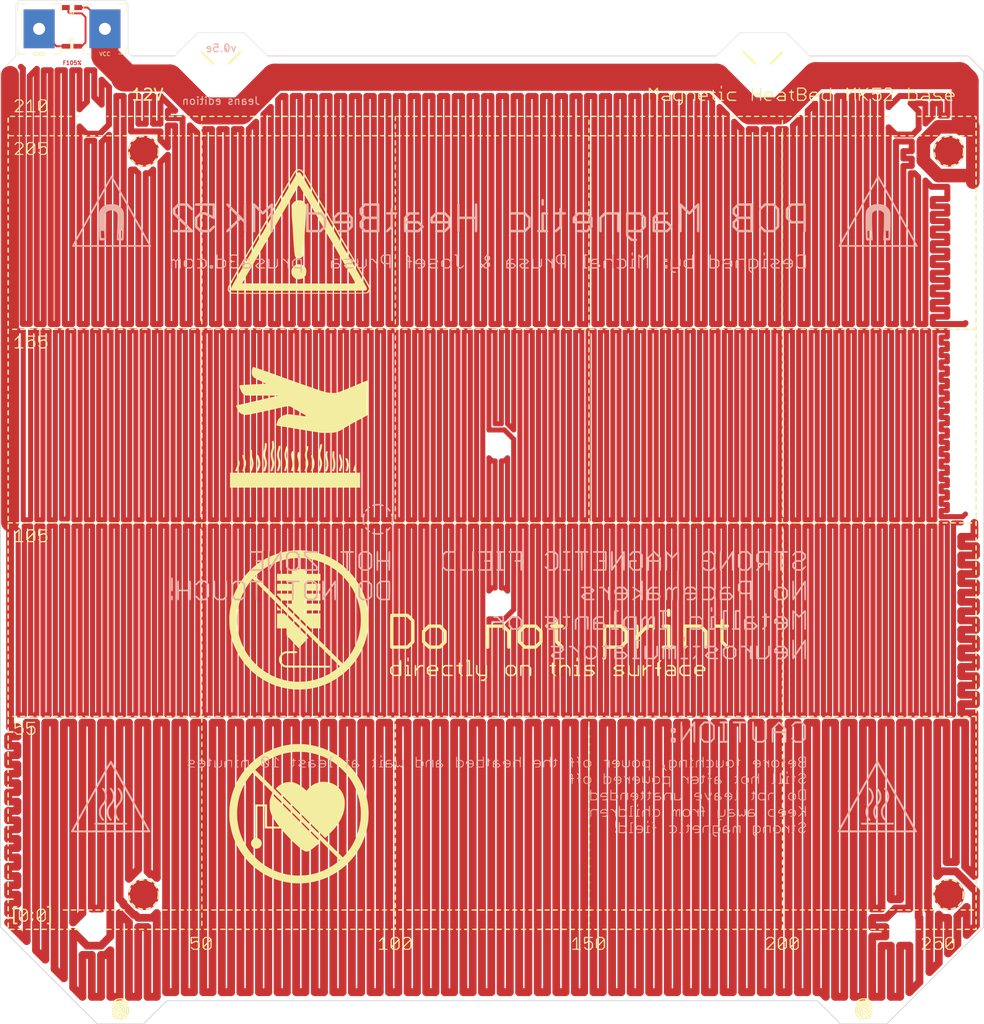
<source format=kicad_pcb>
(kicad_pcb (version 20171130) (host pcbnew 5.1.5-52549c5~86~ubuntu18.04.1)
  (layers (0 F.Cu signal) (31 B.Cu signal hide) (34 B.Paste user hide) (35 F.Paste user hide) (36 B.SilkS user) (37 F.SilkS user) (38 B.Mask user hide) (39 F.Mask user hide) (44 Edge.Cuts user))
  (net 0 "")
  (net 1 "Net-(D1-Pad2)")
  (net 2 "Net-(D1-Pad1)")
  (module ok1hra:PRUSA-HB52Fvanilla12V (layer F.Cu) (at 127 -117.2)
    (fp_text reference G*** hide)
    (fp_text value LOGO hide)
  )
  (module ok1hra:PRUSA-HB52B (layer B.Cu) (at 127.6 -120.4 180)
    (fp_text reference G*** hide)
    (fp_text value LOGO hide)
  )
  (module Mounting_Holes:MountingHole_3.2mm_M3 (layer F.Cu) (at 128.5 -93.5)
    (fp_text reference REF** hide)
    (fp_text value MountingHole_3.2mm_M3)
    (pad "" np_thru_hole circle (at 0 0) (size 3.1 3.1) (drill 3.1) (layers *.Cu *.Mask))
  )
  (module Mounting_Holes:MountingHole_3.2mm_M3 (layer F.Cu) (at 128.5 -134.5)
    (fp_text reference REF** hide)
    (fp_text value MountingHole_3.2mm_M3)
    (pad "" np_thru_hole circle (at 0 0) (size 3.1 3.1) (drill 3.1) (layers *.Cu *.Mask))
  )
  (module Mounting_Holes:MountingHole_3.2mm_M3 (layer F.Cu) (at 197 -231)
    (fp_text reference REF** hide)
    (fp_text value MountingHole_3.2mm_M3)
    (pad "" np_thru_hole circle (at 0 0) (size 3 3) (drill 3) (layers *.Cu *.Mask))
  )
  (module Mounting_Holes:MountingHole_3.2mm_M3 (layer F.Cu) (at 57 -231)
    (fp_text reference REF** hide)
    (fp_text value MountingHole_3.2mm_M3)
    (pad "" np_thru_hole circle (at 0 0) (size 3 3) (drill 3) (layers *.Cu *.Mask))
  )
  (module ok1hra:PCB-Large-pad (layer F.Cu) (at 27 -242)
    (fp_text reference VCC (at 0 6.5) (layer F.SilkS))
    (fp_text value VCC)
    (pad 1 thru_hole rect (at 0 0) (size 8 10) (drill 3.1) (layers F.Cu F.Mask) (net 2 "Net-(D1-Pad1)"))
  )
  (module ok1hra:PCB-Large-pad (layer F.Cu) (at 10 -242)
    (fp_text reference GND (at 0 6.5) (layer F.SilkS))
    (fp_text value GND)
    (pad 1 thru_hole rect (at 0 0) (size 8 10) (drill 3.1) (layers F.Cu F.Mask) (net 2 "Net-(D1-Pad1)"))
  )
  (module Mounting_Holes:MountingHole_3.2mm_M3 (layer F.Cu) (at 18.5 -242)
    (fp_text reference REF** hide)
    (fp_text value MountingHole_3.2mm_M3)
    (pad "" np_thru_hole circle (at 0 0) (size 3.1 3.1) (drill 3.1) (layers *.Cu *.Mask))
  )
  (module Mounting_Holes:MountingHole_3.2mm_M3 (layer F.Cu) (at 233 -219)
    (fp_text reference REF** hide)
    (fp_text value MountingHole_3.2mm_M3)
    (pad "" np_thru_hole circle (at 0 0) (size 3.1 3.1) (drill 3.1) (layers *.Cu *.Mask))
  )
  (module Mounting_Holes:MountingHole_3.2mm_M3 (layer F.Cu) (at 24 -219)
    (fp_text reference REF** hide)
    (fp_text value MountingHole_3.2mm_M3)
    (pad "" np_thru_hole circle (at 0 0) (size 3.1 3.1) (drill 3.1) (layers *.Cu *.Mask))
  )
  (module Mounting_Holes:MountingHole_3.2mm_M3 (layer F.Cu) (at 233 -10)
    (fp_text reference REF** hide)
    (fp_text value MountingHole_3.2mm_M3)
    (pad "" np_thru_hole circle (at 0 0) (size 3.1 3.1) (drill 3.1) (layers *.Cu *.Mask))
  )
  (module Mounting_Holes:MountingHole_3.2mm_M3 (layer F.Cu) (at 24 -10)
    (fp_text reference REF** hide)
    (fp_text value MountingHole_3.2mm_M3)
    (pad "" np_thru_hole circle (at 0 0) (size 3.1 3.1) (drill 3.1) (layers *.Cu *.Mask))
  )
  (module LEDs:LED_0805 (layer F.Cu) (at 18.5 -237.5)
    (fp_text reference D1 (at 0 -1.5) (layer F.SilkS) (effects (font (size 0.8 0.8))))
    (fp_text value LED_ALT)
    (pad 1 smd rect (at -1.54902 0 180) (size 2.19888 1.19888) (layers F.Cu F.Paste F.Mask) (net 2 "Net-(D1-Pad1)"))
    (pad 2 smd rect (at 1.44902 0 180) (size 2.19888 1.19888) (layers F.Cu F.Paste F.Mask) (net 1 "Net-(D1-Pad2)"))
  )
  (module Resistors_SMD:R_0805 (layer F.Cu) (at 18.5 -247.5 180)
    (fp_text reference R1 (at 0 -1.75 180) (layer F.SilkS) (effects (font (size 0.8 0.8))))
    (fp_text value 1k)
    (pad 1 smd rect (at -1.6 0 180) (size 2 1.3) (layers F.Cu F.Paste F.Mask) (net 2 "Net-(D1-Pad1)"))
    (pad 2 smd rect (at 1.6 0 180) (size 2 1.3) (layers F.Cu F.Paste F.Mask) (net 1 "Net-(D1-Pad2)"))
  )
  (module ok1hra:label-8mm (layer F.Cu) (at 37 -210.4)
    (fp_text reference REF** hide)
    (fp_text value label-8mm hide)
    (pad 1 smd circle (at 0 0) (size 8 8) (layers F.Cu))
  )
  (module ok1hra:label-8mm (layer F.Cu) (at 245 -210.4)
    (fp_text reference REF** hide)
    (fp_text value label-8mm hide)
    (pad 1 smd circle (at 0 0) (size 8 8) (layers F.Cu))
  )
  (module ok1hra:label-8mm (layer F.Cu) (at 245 -18.4)
    (fp_text reference REF** hide)
    (fp_text value label-8mm hide)
    (pad 1 smd circle (at 0 0) (size 8 8) (layers F.Cu))
  )
  (module ok1hra:label-8mm (layer F.Cu) (at 37 -18.4)
    (fp_text reference REF** hide)
    (fp_text value label-8mm hide)
    (pad 1 smd circle (at 0 0) (size 8 8) (layers F.Cu))
  )
  (gr_text 12V (at 38 -225) (layer F.SilkS) (effects (font (size 3 3) (thickness 0.4))))
  (gr_line (start 254 -10) (end 254 -231) (layer Edge.Cuts) (width 0.2))
  (gr_line (start 217 15) (end 211 9) (layer Edge.Cuts) (width 0.2))
  (gr_line (start 37 15) (end 43 9) (layer Edge.Cuts) (width 0.2))
  (gr_line (start 43 9) (end 211 9) (layer Edge.Cuts) (width 0.2))
  (gr_line (start 250 -235) (end 254 -231) (layer Edge.Cuts) (width 0.2))
  (gr_line (start 229 15) (end 254 -10) (layer Edge.Cuts) (width 0.2))
  (gr_line (start 0 -10) (end 0 -231) (layer Edge.Cuts) (width 0.2))
  (gr_line (start 0 -10) (end 25 15) (layer Edge.Cuts) (width 0.2))
  (gr_text "Jeans edition" (at 57 -223.4) (layer B.SilkS) (effects (font (size 2 2) (thickness 0.3)) (justify mirror)))
  (gr_text F105% (at 18.55 -233.2) (layer F.Cu) (effects (font (size 1 1) (thickness 0.2))))
  (gr_line (start 58.5 -236.25) (end 58 -238) (layer B.SilkS) (width 0.3))
  (gr_line (start 37 15) (end 25 15) (layer Edge.Cuts) (width 0.2))
  (gr_line (start 229 15) (end 217 15) (layer Edge.Cuts) (width 0.2))
  (gr_line (start 0 -231) (end 4 -235) (layer Edge.Cuts) (width 0.1))
  (gr_line (start 34 -235) (end 45 -235) (layer Edge.Cuts) (width 0.2))
  (gr_line (start 185 -235) (end 69 -235) (layer Edge.Cuts) (width 0.2))
  (gr_line (start 209 -235) (end 250 -235) (layer Edge.Cuts) (width 0.2))
  (gr_line (start 55 -233) (end 52 -236) (layer F.SilkS) (width 0.5))
  (gr_line (start 62 -236) (end 59 -233) (layer F.SilkS) (width 0.5))
  (gr_line (start 195 -233) (end 192 -236) (layer F.SilkS) (width 0.5))
  (gr_line (start 202 -236) (end 199 -233) (layer F.SilkS) (width 0.5))
  (gr_line (start 191 -241) (end 203 -241) (layer Edge.Cuts) (width 0.1))
  (gr_line (start 191 -241) (end 185 -235) (layer Edge.Cuts) (width 0.1))
  (gr_line (start 203 -241) (end 209 -235) (layer Edge.Cuts) (width 0.1))
  (gr_line (start 63 -241) (end 69 -235) (layer Edge.Cuts) (width 0.1))
  (gr_line (start 51 -241) (end 45 -235) (layer Edge.Cuts) (width 0.1))
  (gr_line (start 51 -241) (end 63 -241) (layer Edge.Cuts) (width 0.1))
  (gr_text v0.5e (at 57 -237) (layer B.SilkS) (effects (font (size 2 2) (thickness 0.3)) (justify mirror)))
  (gr_line (start 33 -248.4) (end 33 -236) (layer Edge.Cuts) (width 0.1))
  (gr_line (start 4 -248.4) (end 5 -249.4) (layer Edge.Cuts) (width 0.1))
  (gr_line (start 5 -249.4) (end 32 -249.4) (layer Edge.Cuts) (width 0.1))
  (gr_line (start 32 -249.4) (end 33 -248.4) (layer Edge.Cuts) (width 0.1))
  (gr_line (start 33 -236) (end 34 -235) (layer Edge.Cuts) (width 0.1))
  (gr_line (start 4 -235) (end 4 -248.4) (layer Edge.Cuts) (width 0.1))
  (segment (start 21 -237.5) (end 19.54902 -237.5) (width 0.5) (layer F.Cu) (net 1))
  (segment (start 21 -237.5) (end 22 -238.5) (width 0.5) (layer F.Cu) (net 1))
  (segment (start 22 -238.5) (end 22 -245) (width 0.5) (layer F.Cu) (net 1))
  (segment (start 22 -245) (end 21 -246) (width 0.5) (layer F.Cu) (net 1))
  (segment (start 21 -246) (end 17.9 -246) (width 0.5) (layer F.Cu) (net 1))
  (segment (start 17.9 -246) (end 17.55 -246.35) (width 0.5) (layer F.Cu) (net 1))
  (segment (start 17.55 -246.35) (end 17.55 -247.5) (width 0.5) (layer F.Cu) (net 1))
  (segment (start 32.1 -229.9) (end 27 -235) (width 7) (layer F.Cu) (net 2))
  (segment (start 27 -235) (end 27 -242) (width 7) (layer F.Cu) (net 2))
  (segment (start 7.8 -113.6) (end 7.8 -64.8) (width 1.3248) (layer F.Cu) (net 2))
  (segment (start 84.6 -113.6) (end 84.6 -64.8) (width 1.3248) (layer F.Cu) (net 2))
  (segment (start 3.5 -113.5) (end 4.6 -112.4) (width 1.3248) (layer F.Cu) (net 2))
  (segment (start 180.6 -113.6) (end 180.6 -64.8) (width 1.3248) (layer F.Cu) (net 2))
  (segment (start 148.6 -113.6) (end 148.6 -64.8) (width 1.3248) (layer F.Cu) (net 2))
  (segment (start 36.6 -64.8) (end 38.2 -64.8) (width 1.3248) (layer F.Cu) (net 2))
  (segment (start 123 -64.8) (end 124.6 -64.8) (width 1.3248) (layer F.Cu) (net 2))
  (segment (start 137.4 -64.8) (end 137.4 -113.6) (width 1.3248) (layer F.Cu) (net 2))
  (segment (start 14.2 -64.8) (end 15.8 -64.8) (width 1.3248) (layer F.Cu) (net 2))
  (segment (start 196.6 -113.6) (end 196.6 -64.8) (width 1.3248) (layer F.Cu) (net 2))
  (segment (start 127.8 -88) (end 129.4 -88) (width 1.3248) (layer F.Cu) (net 2))
  (segment (start 60.6 -64.8) (end 60.6 -113.6) (width 1.3248) (layer F.Cu) (net 2))
  (segment (start 9.4 -64.8) (end 9.4 -113.6) (width 1.3248) (layer F.Cu) (net 2))
  (segment (start 68.6 -64.8) (end 70.2 -64.8) (width 1.3248) (layer F.Cu) (net 2))
  (segment (start 132.6 -92) (end 130.2 -89.6) (width 1.3248) (layer F.Cu) (net 2))
  (segment (start 159.8 -113.6) (end 161.4 -113.6) (width 1.3248) (layer F.Cu) (net 2))
  (segment (start 33.4 -113.6) (end 33.4 -64.8) (width 1.3248) (layer F.Cu) (net 2))
  (segment (start 71.8 -113.6) (end 71.8 -64.8) (width 1.3248) (layer F.Cu) (net 2))
  (segment (start 204.6 -64.8) (end 204.6 -113.6) (width 1.3248) (layer F.Cu) (net 2))
  (segment (start 127.8 -64.8) (end 127.8 -88) (width 1.3248) (layer F.Cu) (net 2))
  (segment (start 4.6 -112.4) (end 4.6 -64.8) (width 1.3248) (layer F.Cu) (net 2))
  (segment (start 198.2 -64.8) (end 198.2 -113.6) (width 1.3248) (layer F.Cu) (net 2))
  (segment (start 153.4 -64.8) (end 153.4 -113.6) (width 1.3248) (layer F.Cu) (net 2))
  (segment (start 27 -113.6) (end 27 -64.8) (width 1.3248) (layer F.Cu) (net 2))
  (segment (start 182.2 -113.6) (end 183.8 -113.6) (width 1.3248) (layer F.Cu) (net 2))
  (segment (start 79.8 -64.8) (end 79.8 -113.6) (width 1.3248) (layer F.Cu) (net 2))
  (segment (start 187 -113.6) (end 187 -64.8) (width 1.3248) (layer F.Cu) (net 2))
  (segment (start 4.6 -64.8) (end 6.2 -64.8) (width 1.3248) (layer F.Cu) (net 2))
  (segment (start 83 -64.8) (end 83 -113.6) (width 1.3248) (layer F.Cu) (net 2))
  (segment (start 163 -113.6) (end 164.6 -113.6) (width 1.3248) (layer F.Cu) (net 2))
  (segment (start 25.4 -113.6) (end 27 -113.6) (width 1.3248) (layer F.Cu) (net 2))
  (segment (start 219 -64.8) (end 220.6 -64.8) (width 1.3248) (layer F.Cu) (net 2))
  (segment (start 23.8 -64.8) (end 25.4 -64.8) (width 1.3248) (layer F.Cu) (net 2))
  (segment (start 11 -64.8) (end 12.6 -64.8) (width 1.3248) (layer F.Cu) (net 2))
  (segment (start 11 -113.6) (end 11 -64.8) (width 1.3248) (layer F.Cu) (net 2))
  (segment (start 119.8 -64.8) (end 121.4 -64.8) (width 1.3248) (layer F.Cu) (net 2))
  (segment (start 6.2 -64.8) (end 6.2 -113.6) (width 1.3248) (layer F.Cu) (net 2))
  (segment (start 174.2 -113.6) (end 174.2 -64.8) (width 1.3248) (layer F.Cu) (net 2))
  (segment (start 172.6 -64.8) (end 172.6 -113.6) (width 1.3248) (layer F.Cu) (net 2))
  (segment (start 36.6 -113.6) (end 36.6 -64.8) (width 1.3248) (layer F.Cu) (net 2))
  (segment (start 23.8 -113.6) (end 23.8 -64.8) (width 1.3248) (layer F.Cu) (net 2))
  (segment (start 6.2 -113.6) (end 7.8 -113.6) (width 1.3248) (layer F.Cu) (net 2))
  (segment (start 79.8 -113.6) (end 81.4 -113.6) (width 1.3248) (layer F.Cu) (net 2))
  (segment (start 19 -64.8) (end 19 -113.6) (width 1.3248) (layer F.Cu) (net 2))
  (segment (start 201.4 -113.6) (end 203 -113.6) (width 1.3248) (layer F.Cu) (net 2))
  (segment (start 35 -64.8) (end 35 -113.6) (width 1.3248) (layer F.Cu) (net 2))
  (segment (start 31.8 -113.6) (end 33.4 -113.6) (width 1.3248) (layer F.Cu) (net 2))
  (segment (start 65.4 -64.8) (end 67 -64.8) (width 1.3248) (layer F.Cu) (net 2))
  (segment (start 12.6 -113.6) (end 14.2 -113.6) (width 1.3248) (layer F.Cu) (net 2))
  (segment (start 7.8 -64.8) (end 9.4 -64.8) (width 1.3248) (layer F.Cu) (net 2))
  (segment (start 9.4 -113.6) (end 11 -113.6) (width 1.3248) (layer F.Cu) (net 2))
  (segment (start 51 -113.6) (end 52.6 -113.6) (width 1.3248) (layer F.Cu) (net 2))
  (segment (start 166.2 -64.8) (end 166.2 -113.6) (width 1.3248) (layer F.Cu) (net 2))
  (segment (start 12.6 -64.8) (end 12.6 -113.6) (width 1.3248) (layer F.Cu) (net 2))
  (segment (start 19 -113.6) (end 20.6 -113.6) (width 1.3248) (layer F.Cu) (net 2))
  (segment (start 51 -64.8) (end 51 -113.6) (width 1.3248) (layer F.Cu) (net 2))
  (segment (start 15.8 -64.8) (end 15.8 -113.6) (width 1.3248) (layer F.Cu) (net 2))
  (segment (start 76.6 -113.6) (end 78.2 -113.6) (width 1.3248) (layer F.Cu) (net 2))
  (segment (start 116.6 -64.8) (end 118.2 -64.8) (width 1.3248) (layer F.Cu) (net 2))
  (segment (start 14.2 -113.6) (end 14.2 -64.8) (width 1.3248) (layer F.Cu) (net 2))
  (segment (start 188.6 -64.8) (end 188.6 -113.6) (width 1.3248) (layer F.Cu) (net 2))
  (segment (start 15.8 -113.6) (end 17.4 -113.6) (width 1.3248) (layer F.Cu) (net 2))
  (segment (start 235 -113.6) (end 235 -64.8) (width 1.3248) (layer F.Cu) (net 2))
  (segment (start 111.8 -64.8) (end 111.8 -113.6) (width 1.3248) (layer F.Cu) (net 2))
  (segment (start 41.4 -64.8) (end 41.4 -113.6) (width 1.3248) (layer F.Cu) (net 2))
  (segment (start 73.4 -113.6) (end 75 -113.6) (width 1.3248) (layer F.Cu) (net 2))
  (segment (start 27 -64.8) (end 28.6 -64.8) (width 1.3248) (layer F.Cu) (net 2))
  (segment (start 163 -64.8) (end 163 -113.6) (width 1.3248) (layer F.Cu) (net 2))
  (segment (start 99 -64.8) (end 99 -113.6) (width 1.3248) (layer F.Cu) (net 2))
  (segment (start 17.4 -113.6) (end 17.4 -64.8) (width 1.3248) (layer F.Cu) (net 2))
  (segment (start 62.2 -64.8) (end 63.8 -64.8) (width 1.3248) (layer F.Cu) (net 2))
  (segment (start 207.8 -113.6) (end 209.4 -113.6) (width 1.3248) (layer F.Cu) (net 2))
  (segment (start 110.2 -64.8) (end 111.8 -64.8) (width 1.3248) (layer F.Cu) (net 2))
  (segment (start 17.4 -64.8) (end 19 -64.8) (width 1.3248) (layer F.Cu) (net 2))
  (segment (start 217.4 -64.8) (end 217.4 -113.6) (width 1.3248) (layer F.Cu) (net 2))
  (segment (start 86.2 -64.8) (end 86.2 -113.6) (width 1.3248) (layer F.Cu) (net 2))
  (segment (start 31.8 -64.8) (end 31.8 -113.6) (width 1.3248) (layer F.Cu) (net 2))
  (segment (start 20.6 -113.6) (end 20.6 -64.8) (width 1.3248) (layer F.Cu) (net 2))
  (segment (start 119.8 -113.6) (end 119.8 -64.8) (width 1.3248) (layer F.Cu) (net 2))
  (segment (start 78.2 -113.6) (end 78.2 -64.8) (width 1.3248) (layer F.Cu) (net 2))
  (segment (start 67 -64.8) (end 67 -113.6) (width 1.3248) (layer F.Cu) (net 2))
  (segment (start 134.2 -64.8) (end 134.2 -113.6) (width 1.3248) (layer F.Cu) (net 2))
  (segment (start 94.2 -64.8) (end 95.8 -64.8) (width 1.3248) (layer F.Cu) (net 2))
  (segment (start 118.2 -113.6) (end 119.8 -113.6) (width 1.3248) (layer F.Cu) (net 2))
  (segment (start 22.2 -64.8) (end 22.2 -113.6) (width 1.3248) (layer F.Cu) (net 2))
  (segment (start 103.8 -64.8) (end 105.4 -64.8) (width 1.3248) (layer F.Cu) (net 2))
  (segment (start 52.6 -113.6) (end 52.6 -64.8) (width 1.3248) (layer F.Cu) (net 2))
  (segment (start 195 -64.8) (end 195 -113.6) (width 1.3248) (layer F.Cu) (net 2))
  (segment (start 167.8 -113.6) (end 167.8 -64.8) (width 1.3248) (layer F.Cu) (net 2))
  (segment (start 20.6 -64.8) (end 22.2 -64.8) (width 1.3248) (layer F.Cu) (net 2))
  (segment (start 127.8 -113.6) (end 129.4 -113.6) (width 1.3248) (layer F.Cu) (net 2))
  (segment (start 46.2 -64.8) (end 47.8 -64.8) (width 1.3248) (layer F.Cu) (net 2))
  (segment (start 22.2 -113.6) (end 23.8 -113.6) (width 1.3248) (layer F.Cu) (net 2))
  (segment (start 129.4 -97.6) (end 130.2 -97.6) (width 1.3248) (layer F.Cu) (net 2))
  (segment (start 126.2 -96.8) (end 127 -97.6) (width 1.3248) (layer F.Cu) (net 2))
  (segment (start 25.4 -64.8) (end 25.4 -113.6) (width 1.3248) (layer F.Cu) (net 2))
  (segment (start 55.8 -113.6) (end 55.8 -64.8) (width 1.3248) (layer F.Cu) (net 2))
  (segment (start 49.4 -64.8) (end 51 -64.8) (width 1.3248) (layer F.Cu) (net 2))
  (segment (start 70.2 -113.6) (end 71.8 -113.6) (width 1.3248) (layer F.Cu) (net 2))
  (segment (start 95.8 -64.8) (end 95.8 -113.6) (width 1.3248) (layer F.Cu) (net 2))
  (segment (start 28.6 -64.8) (end 28.6 -113.6) (width 1.3248) (layer F.Cu) (net 2))
  (segment (start 236.6 -64.8) (end 236.6 -113.6) (width 1.3248) (layer F.Cu) (net 2))
  (segment (start 116.6 -113.6) (end 116.6 -64.8) (width 1.3248) (layer F.Cu) (net 2))
  (segment (start 151.8 -64.8) (end 153.4 -64.8) (width 1.3248) (layer F.Cu) (net 2))
  (segment (start 145.4 -113.6) (end 145.4 -64.8) (width 1.3248) (layer F.Cu) (net 2))
  (segment (start 38.2 -113.6) (end 39.8 -113.6) (width 1.3248) (layer F.Cu) (net 2))
  (segment (start 81.4 -113.6) (end 81.4 -64.8) (width 1.3248) (layer F.Cu) (net 2))
  (segment (start 113.4 -64.8) (end 115 -64.8) (width 1.3248) (layer F.Cu) (net 2))
  (segment (start 28.6 -113.6) (end 30.2 -113.6) (width 1.3248) (layer F.Cu) (net 2))
  (segment (start 102.2 -113.6) (end 103.8 -113.6) (width 1.3248) (layer F.Cu) (net 2))
  (segment (start 30.2 -113.6) (end 30.2 -64.8) (width 1.3248) (layer F.Cu) (net 2))
  (segment (start 132.6 -89.6) (end 132.6 -64.8) (width 1.3248) (layer F.Cu) (net 2))
  (segment (start 43 -113.6) (end 43 -64.8) (width 1.3248) (layer F.Cu) (net 2))
  (segment (start 239.8 -64.8) (end 239.8 -113.6) (width 1.3248) (layer F.Cu) (net 2))
  (segment (start 105.4 -64.8) (end 105.4 -113.6) (width 1.3248) (layer F.Cu) (net 2))
  (segment (start 110.2 -113.6) (end 110.2 -64.8) (width 1.3248) (layer F.Cu) (net 2))
  (segment (start 30.2 -64.8) (end 31.8 -64.8) (width 1.3248) (layer F.Cu) (net 2))
  (segment (start 33.4 -64.8) (end 35 -64.8) (width 1.3248) (layer F.Cu) (net 2))
  (segment (start 124.6 -64.8) (end 124.6 -113.6) (width 1.3248) (layer F.Cu) (net 2))
  (segment (start 147 -64.8) (end 147 -113.6) (width 1.3248) (layer F.Cu) (net 2))
  (segment (start 130.2 -89.6) (end 126.2 -89.6) (width 1.3248) (layer F.Cu) (net 2))
  (segment (start 97.4 -64.8) (end 99 -64.8) (width 1.3248) (layer F.Cu) (net 2))
  (segment (start 206.2 -64.8) (end 207.8 -64.8) (width 1.3248) (layer F.Cu) (net 2))
  (segment (start 153.4 -113.6) (end 155 -113.6) (width 1.3248) (layer F.Cu) (net 2))
  (segment (start 35 -113.6) (end 36.6 -113.6) (width 1.3248) (layer F.Cu) (net 2))
  (segment (start 209.4 -113.6) (end 209.4 -64.8) (width 1.3248) (layer F.Cu) (net 2))
  (segment (start 108.6 -64.8) (end 108.6 -113.6) (width 1.3248) (layer F.Cu) (net 2))
  (segment (start 57.4 -64.8) (end 57.4 -113.6) (width 1.3248) (layer F.Cu) (net 2))
  (segment (start 239.8 -113.6) (end 241.4 -113.6) (width 1.3248) (layer F.Cu) (net 2))
  (segment (start 59 -64.8) (end 60.6 -64.8) (width 1.3248) (layer F.Cu) (net 2))
  (segment (start 47.8 -64.8) (end 47.8 -113.6) (width 1.3248) (layer F.Cu) (net 2))
  (segment (start 126.2 -64.8) (end 127.8 -64.8) (width 1.3248) (layer F.Cu) (net 2))
  (segment (start 47.8 -113.6) (end 49.4 -113.6) (width 1.3248) (layer F.Cu) (net 2))
  (segment (start 107 -64.8) (end 108.6 -64.8) (width 1.3248) (layer F.Cu) (net 2))
  (segment (start 38.2 -64.8) (end 38.2 -113.6) (width 1.3248) (layer F.Cu) (net 2))
  (segment (start 39.8 -113.6) (end 39.8 -64.8) (width 1.3248) (layer F.Cu) (net 2))
  (segment (start 46.2 -113.6) (end 46.2 -64.8) (width 1.3248) (layer F.Cu) (net 2))
  (segment (start 244.6 -114.4) (end 244.6 -64.8) (width 1.3248) (layer F.Cu) (net 2))
  (segment (start 43 -64.8) (end 44.6 -64.8) (width 1.3248) (layer F.Cu) (net 2))
  (segment (start 166.2 -113.6) (end 167.8 -113.6) (width 1.3248) (layer F.Cu) (net 2))
  (segment (start 44.6 -113.6) (end 46.2 -113.6) (width 1.3248) (layer F.Cu) (net 2))
  (segment (start 39.8 -64.8) (end 41.4 -64.8) (width 1.3248) (layer F.Cu) (net 2))
  (segment (start 41.4 -113.6) (end 43 -113.6) (width 1.3248) (layer F.Cu) (net 2))
  (segment (start 44.6 -64.8) (end 44.6 -113.6) (width 1.3248) (layer F.Cu) (net 2))
  (segment (start 180.6 -64.8) (end 182.2 -64.8) (width 1.3248) (layer F.Cu) (net 2))
  (segment (start 140.6 -113.6) (end 142.2 -113.6) (width 1.3248) (layer F.Cu) (net 2))
  (segment (start 220.6 -113.6) (end 222.2 -113.6) (width 1.3248) (layer F.Cu) (net 2))
  (segment (start 49.4 -113.6) (end 49.4 -64.8) (width 1.3248) (layer F.Cu) (net 2))
  (segment (start 129.4 -64.8) (end 131 -64.8) (width 1.3248) (layer F.Cu) (net 2))
  (segment (start 57.4 -113.6) (end 59 -113.6) (width 1.3248) (layer F.Cu) (net 2))
  (segment (start 135.8 -113.6) (end 135.8 -64.8) (width 1.3248) (layer F.Cu) (net 2))
  (segment (start 52.6 -64.8) (end 54.2 -64.8) (width 1.3248) (layer F.Cu) (net 2))
  (segment (start 171 -64.8) (end 172.6 -64.8) (width 1.3248) (layer F.Cu) (net 2))
  (segment (start 54.2 -64.8) (end 54.2 -113.6) (width 1.3248) (layer F.Cu) (net 2))
  (segment (start 130.2 -97.6) (end 131 -96.8) (width 1.3248) (layer F.Cu) (net 2))
  (segment (start 54.2 -113.6) (end 55.8 -113.6) (width 1.3248) (layer F.Cu) (net 2))
  (segment (start 55.8 -64.8) (end 57.4 -64.8) (width 1.3248) (layer F.Cu) (net 2))
  (segment (start 100.6 -64.8) (end 102.2 -64.8) (width 1.3248) (layer F.Cu) (net 2))
  (segment (start 59 -113.6) (end 59 -64.8) (width 1.3248) (layer F.Cu) (net 2))
  (segment (start 60.6 -113.6) (end 62.2 -113.6) (width 1.3248) (layer F.Cu) (net 2))
  (segment (start 86.2 -113.6) (end 87.8 -113.6) (width 1.3248) (layer F.Cu) (net 2))
  (segment (start 62.2 -113.6) (end 62.2 -64.8) (width 1.3248) (layer F.Cu) (net 2))
  (segment (start 175.8 -113.6) (end 177.4 -113.6) (width 1.3248) (layer F.Cu) (net 2))
  (segment (start 63.8 -64.8) (end 63.8 -113.6) (width 1.3248) (layer F.Cu) (net 2))
  (segment (start 115 -113.6) (end 116.6 -113.6) (width 1.3248) (layer F.Cu) (net 2))
  (segment (start 177.4 -113.6) (end 177.4 -64.8) (width 1.3248) (layer F.Cu) (net 2))
  (segment (start 63.8 -113.6) (end 65.4 -113.6) (width 1.3248) (layer F.Cu) (net 2))
  (segment (start 68.6 -113.6) (end 68.6 -64.8) (width 1.3248) (layer F.Cu) (net 2))
  (segment (start 65.4 -113.6) (end 65.4 -64.8) (width 1.3248) (layer F.Cu) (net 2))
  (segment (start 148.6 -64.8) (end 150.2 -64.8) (width 1.3248) (layer F.Cu) (net 2))
  (segment (start 126.2 -89.6) (end 126.2 -64.8) (width 1.3248) (layer F.Cu) (net 2))
  (segment (start 76.6 -64.8) (end 76.6 -113.6) (width 1.3248) (layer F.Cu) (net 2))
  (segment (start 67 -113.6) (end 68.6 -113.6) (width 1.3248) (layer F.Cu) (net 2))
  (segment (start 81.4 -64.8) (end 83 -64.8) (width 1.3248) (layer F.Cu) (net 2))
  (segment (start 127 -97.6) (end 127.8 -97.6) (width 1.3248) (layer F.Cu) (net 2))
  (segment (start 147 -113.6) (end 148.6 -113.6) (width 1.3248) (layer F.Cu) (net 2))
  (segment (start 70.2 -64.8) (end 70.2 -113.6) (width 1.3248) (layer F.Cu) (net 2))
  (segment (start 71.8 -64.8) (end 73.4 -64.8) (width 1.3248) (layer F.Cu) (net 2))
  (segment (start 121.4 -64.8) (end 121.4 -113.6) (width 1.3248) (layer F.Cu) (net 2))
  (segment (start 73.4 -64.8) (end 73.4 -113.6) (width 1.3248) (layer F.Cu) (net 2))
  (segment (start 91 -113.6) (end 91 -64.8) (width 1.3248) (layer F.Cu) (net 2))
  (segment (start 75 -113.6) (end 75 -64.8) (width 1.3248) (layer F.Cu) (net 2))
  (segment (start 95.8 -113.6) (end 97.4 -113.6) (width 1.3248) (layer F.Cu) (net 2))
  (segment (start 211 -64.8) (end 211 -113.6) (width 1.3248) (layer F.Cu) (net 2))
  (segment (start 174.2 -64.8) (end 175.8 -64.8) (width 1.3248) (layer F.Cu) (net 2))
  (segment (start 75 -64.8) (end 76.6 -64.8) (width 1.3248) (layer F.Cu) (net 2))
  (segment (start 99 -113.6) (end 100.6 -113.6) (width 1.3248) (layer F.Cu) (net 2))
  (segment (start 78.2 -64.8) (end 79.8 -64.8) (width 1.3248) (layer F.Cu) (net 2))
  (segment (start 83 -113.6) (end 84.6 -113.6) (width 1.3248) (layer F.Cu) (net 2))
  (segment (start 87.8 -113.6) (end 87.8 -64.8) (width 1.3248) (layer F.Cu) (net 2))
  (segment (start 121.4 -113.6) (end 123 -113.6) (width 1.3248) (layer F.Cu) (net 2))
  (segment (start 103.8 -113.6) (end 103.8 -64.8) (width 1.3248) (layer F.Cu) (net 2))
  (segment (start 231.8 -113.6) (end 231.8 -64.8) (width 1.3248) (layer F.Cu) (net 2))
  (segment (start 84.6 -64.8) (end 86.2 -64.8) (width 1.3248) (layer F.Cu) (net 2))
  (segment (start 102.2 -64.8) (end 102.2 -113.6) (width 1.3248) (layer F.Cu) (net 2))
  (segment (start 87.8 -64.8) (end 89.4 -64.8) (width 1.3248) (layer F.Cu) (net 2))
  (segment (start 89.4 -64.8) (end 89.4 -113.6) (width 1.3248) (layer F.Cu) (net 2))
  (segment (start 89.4 -113.6) (end 91 -113.6) (width 1.3248) (layer F.Cu) (net 2))
  (segment (start 91 -64.8) (end 92.6 -64.8) (width 1.3248) (layer F.Cu) (net 2))
  (segment (start 92.6 -64.8) (end 92.6 -113.6) (width 1.3248) (layer F.Cu) (net 2))
  (segment (start 156.6 -113.6) (end 158.2 -113.6) (width 1.3248) (layer F.Cu) (net 2))
  (segment (start 92.6 -113.6) (end 94.2 -113.6) (width 1.3248) (layer F.Cu) (net 2))
  (segment (start 94.2 -113.6) (end 94.2 -64.8) (width 1.3248) (layer F.Cu) (net 2))
  (segment (start 97.4 -113.6) (end 97.4 -64.8) (width 1.3248) (layer F.Cu) (net 2))
  (segment (start 131 -88) (end 132.6 -89.6) (width 1.3248) (layer F.Cu) (net 2))
  (segment (start 100.6 -113.6) (end 100.6 -64.8) (width 1.3248) (layer F.Cu) (net 2))
  (segment (start 167.8 -64.8) (end 169.4 -64.8) (width 1.3248) (layer F.Cu) (net 2))
  (segment (start 183.8 -64.8) (end 185.4 -64.8) (width 1.3248) (layer F.Cu) (net 2))
  (segment (start 143.8 -64.8) (end 143.8 -113.6) (width 1.3248) (layer F.Cu) (net 2))
  (segment (start 105.4 -113.6) (end 107 -113.6) (width 1.3248) (layer F.Cu) (net 2))
  (segment (start 107 -113.6) (end 107 -64.8) (width 1.3248) (layer F.Cu) (net 2))
  (segment (start 108.6 -113.6) (end 110.2 -113.6) (width 1.3248) (layer F.Cu) (net 2))
  (segment (start 111.8 -113.6) (end 113.4 -113.6) (width 1.3248) (layer F.Cu) (net 2))
  (segment (start 132.6 -64.8) (end 134.2 -64.8) (width 1.3248) (layer F.Cu) (net 2))
  (segment (start 156.6 -64.8) (end 156.6 -113.6) (width 1.3248) (layer F.Cu) (net 2))
  (segment (start 113.4 -113.6) (end 113.4 -64.8) (width 1.3248) (layer F.Cu) (net 2))
  (segment (start 115 -64.8) (end 115 -113.6) (width 1.3248) (layer F.Cu) (net 2))
  (segment (start 222.2 -64.8) (end 223.8 -64.8) (width 1.3248) (layer F.Cu) (net 2))
  (segment (start 188.6 -113.6) (end 190.2 -113.6) (width 1.3248) (layer F.Cu) (net 2))
  (segment (start 118.2 -64.8) (end 118.2 -113.6) (width 1.3248) (layer F.Cu) (net 2))
  (segment (start 241.4 -113.6) (end 241.4 -64.8) (width 1.3248) (layer F.Cu) (net 2))
  (segment (start 123 -113.6) (end 123 -64.8) (width 1.3248) (layer F.Cu) (net 2))
  (segment (start 212.6 -64.8) (end 214.2 -64.8) (width 1.3248) (layer F.Cu) (net 2))
  (segment (start 124.6 -113.6) (end 126.2 -113.6) (width 1.3248) (layer F.Cu) (net 2))
  (segment (start 126.2 -113.6) (end 126.2 -96.8) (width 1.3248) (layer F.Cu) (net 2))
  (segment (start 127.8 -97.6) (end 127.8 -113.6) (width 1.3248) (layer F.Cu) (net 2))
  (segment (start 129.4 -113.6) (end 129.4 -97.6) (width 1.3248) (layer F.Cu) (net 2))
  (segment (start 131 -96.8) (end 131 -113.6) (width 1.3248) (layer F.Cu) (net 2))
  (segment (start 131 -113.6) (end 132.6 -113.6) (width 1.3248) (layer F.Cu) (net 2))
  (segment (start 132.6 -113.6) (end 132.6 -92) (width 1.3248) (layer F.Cu) (net 2))
  (segment (start 129.4 -88) (end 129.4 -64.8) (width 1.3248) (layer F.Cu) (net 2))
  (segment (start 169.4 -64.8) (end 169.4 -113.6) (width 1.3248) (layer F.Cu) (net 2))
  (segment (start 131 -64.8) (end 131 -88) (width 1.3248) (layer F.Cu) (net 2))
  (segment (start 134.2 -113.6) (end 135.8 -113.6) (width 1.3248) (layer F.Cu) (net 2))
  (segment (start 135.8 -64.8) (end 137.4 -64.8) (width 1.3248) (layer F.Cu) (net 2))
  (segment (start 169.4 -113.6) (end 171 -113.6) (width 1.3248) (layer F.Cu) (net 2))
  (segment (start 137.4 -113.6) (end 139 -113.6) (width 1.3248) (layer F.Cu) (net 2))
  (segment (start 158.2 -64.8) (end 159.8 -64.8) (width 1.3248) (layer F.Cu) (net 2))
  (segment (start 139 -113.6) (end 139 -64.8) (width 1.3248) (layer F.Cu) (net 2))
  (segment (start 139 -64.8) (end 140.6 -64.8) (width 1.3248) (layer F.Cu) (net 2))
  (segment (start 140.6 -64.8) (end 140.6 -113.6) (width 1.3248) (layer F.Cu) (net 2))
  (segment (start 142.2 -113.6) (end 142.2 -64.8) (width 1.3248) (layer F.Cu) (net 2))
  (segment (start 193.4 -64.8) (end 195 -64.8) (width 1.3248) (layer F.Cu) (net 2))
  (segment (start 142.2 -64.8) (end 143.8 -64.8) (width 1.3248) (layer F.Cu) (net 2))
  (segment (start 143.8 -113.6) (end 145.4 -113.6) (width 1.3248) (layer F.Cu) (net 2))
  (segment (start 145.4 -64.8) (end 147 -64.8) (width 1.3248) (layer F.Cu) (net 2))
  (segment (start 150.2 -64.8) (end 150.2 -113.6) (width 1.3248) (layer F.Cu) (net 2))
  (segment (start 187 -64.8) (end 188.6 -64.8) (width 1.3248) (layer F.Cu) (net 2))
  (segment (start 191.8 -64.8) (end 191.8 -113.6) (width 1.3248) (layer F.Cu) (net 2))
  (segment (start 150.2 -113.6) (end 151.8 -113.6) (width 1.3248) (layer F.Cu) (net 2))
  (segment (start 151.8 -113.6) (end 151.8 -64.8) (width 1.3248) (layer F.Cu) (net 2))
  (segment (start 155 -113.6) (end 155 -64.8) (width 1.3248) (layer F.Cu) (net 2))
  (segment (start 155 -64.8) (end 156.6 -64.8) (width 1.3248) (layer F.Cu) (net 2))
  (segment (start 158.2 -113.6) (end 158.2 -64.8) (width 1.3248) (layer F.Cu) (net 2))
  (segment (start 159.8 -64.8) (end 159.8 -113.6) (width 1.3248) (layer F.Cu) (net 2))
  (segment (start 161.4 -113.6) (end 161.4 -64.8) (width 1.3248) (layer F.Cu) (net 2))
  (segment (start 161.4 -64.8) (end 163 -64.8) (width 1.3248) (layer F.Cu) (net 2))
  (segment (start 164.6 -113.6) (end 164.6 -64.8) (width 1.3248) (layer F.Cu) (net 2))
  (segment (start 164.6 -64.8) (end 166.2 -64.8) (width 1.3248) (layer F.Cu) (net 2))
  (segment (start 171 -113.6) (end 171 -64.8) (width 1.3248) (layer F.Cu) (net 2))
  (segment (start 201.4 -64.8) (end 201.4 -113.6) (width 1.3248) (layer F.Cu) (net 2))
  (segment (start 172.6 -113.6) (end 174.2 -113.6) (width 1.3248) (layer F.Cu) (net 2))
  (segment (start 175.8 -64.8) (end 175.8 -113.6) (width 1.3248) (layer F.Cu) (net 2))
  (segment (start 177.4 -64.8) (end 179 -64.8) (width 1.3248) (layer F.Cu) (net 2))
  (segment (start 179 -64.8) (end 179 -113.6) (width 1.3248) (layer F.Cu) (net 2))
  (segment (start 179 -113.6) (end 180.6 -113.6) (width 1.3248) (layer F.Cu) (net 2))
  (segment (start 182.2 -64.8) (end 182.2 -113.6) (width 1.3248) (layer F.Cu) (net 2))
  (segment (start 183.8 -113.6) (end 183.8 -64.8) (width 1.3248) (layer F.Cu) (net 2))
  (segment (start 185.4 -64.8) (end 185.4 -113.6) (width 1.3248) (layer F.Cu) (net 2))
  (segment (start 212.6 -113.6) (end 212.6 -64.8) (width 1.3248) (layer F.Cu) (net 2))
  (segment (start 185.4 -113.6) (end 187 -113.6) (width 1.3248) (layer F.Cu) (net 2))
  (segment (start 190.2 -113.6) (end 190.2 -64.8) (width 1.3248) (layer F.Cu) (net 2))
  (segment (start 190.2 -64.8) (end 191.8 -64.8) (width 1.3248) (layer F.Cu) (net 2))
  (segment (start 236.6 -113.6) (end 238.2 -113.6) (width 1.3248) (layer F.Cu) (net 2))
  (segment (start 191.8 -113.6) (end 193.4 -113.6) (width 1.3248) (layer F.Cu) (net 2))
  (segment (start 193.4 -113.6) (end 193.4 -64.8) (width 1.3248) (layer F.Cu) (net 2))
  (segment (start 195 -113.6) (end 196.6 -113.6) (width 1.3248) (layer F.Cu) (net 2))
  (segment (start 196.6 -64.8) (end 198.2 -64.8) (width 1.3248) (layer F.Cu) (net 2))
  (segment (start 198.2 -113.6) (end 199.8 -113.6) (width 1.3248) (layer F.Cu) (net 2))
  (segment (start 199.8 -113.6) (end 199.8 -64.8) (width 1.3248) (layer F.Cu) (net 2))
  (segment (start 199.8 -64.8) (end 201.4 -64.8) (width 1.3248) (layer F.Cu) (net 2))
  (segment (start 203 -113.6) (end 203 -64.8) (width 1.3248) (layer F.Cu) (net 2))
  (segment (start 203 -64.8) (end 204.6 -64.8) (width 1.3248) (layer F.Cu) (net 2))
  (segment (start 204.6 -113.6) (end 206.2 -113.6) (width 1.3248) (layer F.Cu) (net 2))
  (segment (start 206.2 -113.6) (end 206.2 -64.8) (width 1.3248) (layer F.Cu) (net 2))
  (segment (start 207.8 -64.8) (end 207.8 -113.6) (width 1.3248) (layer F.Cu) (net 2))
  (segment (start 209.4 -64.8) (end 211 -64.8) (width 1.3248) (layer F.Cu) (net 2))
  (segment (start 217.4 -113.6) (end 219 -113.6) (width 1.3248) (layer F.Cu) (net 2))
  (segment (start 211 -113.6) (end 212.6 -113.6) (width 1.3248) (layer F.Cu) (net 2))
  (segment (start 214.2 -64.8) (end 214.2 -113.6) (width 1.3248) (layer F.Cu) (net 2))
  (segment (start 214.2 -113.6) (end 215.8 -113.6) (width 1.3248) (layer F.Cu) (net 2))
  (segment (start 215.8 -113.6) (end 215.8 -64.8) (width 1.3248) (layer F.Cu) (net 2))
  (segment (start 215.8 -64.8) (end 217.4 -64.8) (width 1.3248) (layer F.Cu) (net 2))
  (segment (start 219 -113.6) (end 219 -64.8) (width 1.3248) (layer F.Cu) (net 2))
  (segment (start 220.6 -64.8) (end 220.6 -113.6) (width 1.3248) (layer F.Cu) (net 2))
  (segment (start 222.2 -113.6) (end 222.2 -64.8) (width 1.3248) (layer F.Cu) (net 2))
  (segment (start 223.8 -64.8) (end 223.8 -113.6) (width 1.3248) (layer F.Cu) (net 2))
  (segment (start 223.8 -113.6) (end 225.4 -113.6) (width 1.3248) (layer F.Cu) (net 2))
  (segment (start 225.4 -113.6) (end 225.4 -64.8) (width 1.3248) (layer F.Cu) (net 2))
  (segment (start 225.4 -64.8) (end 227 -64.8) (width 1.3248) (layer F.Cu) (net 2))
  (segment (start 227 -64.8) (end 227 -113.6) (width 1.3248) (layer F.Cu) (net 2))
  (segment (start 227 -113.6) (end 228.6 -113.6) (width 1.3248) (layer F.Cu) (net 2))
  (segment (start 228.6 -113.6) (end 228.6 -64.8) (width 1.3248) (layer F.Cu) (net 2))
  (segment (start 228.6 -64.8) (end 230.2 -64.8) (width 1.3248) (layer F.Cu) (net 2))
  (segment (start 230.2 -64.8) (end 230.2 -113.6) (width 1.3248) (layer F.Cu) (net 2))
  (segment (start 230.2 -113.6) (end 231.8 -113.6) (width 1.3248) (layer F.Cu) (net 2))
  (segment (start 231.8 -64.8) (end 233.4 -64.8) (width 1.3248) (layer F.Cu) (net 2))
  (segment (start 233.4 -64.8) (end 233.4 -113.6) (width 1.3248) (layer F.Cu) (net 2))
  (segment (start 233.4 -113.6) (end 235 -113.6) (width 1.3248) (layer F.Cu) (net 2))
  (segment (start 235 -64.8) (end 236.6 -64.8) (width 1.3248) (layer F.Cu) (net 2))
  (segment (start 238.2 -113.6) (end 238.2 -64.8) (width 1.3248) (layer F.Cu) (net 2))
  (segment (start 238.2 -64.8) (end 239.8 -64.8) (width 1.3248) (layer F.Cu) (net 2))
  (segment (start 241.4 -64.8) (end 243 -64.8) (width 1.3248) (layer F.Cu) (net 2))
  (segment (start 243 -64.8) (end 243 -114.4) (width 1.3248) (layer F.Cu) (net 2))
  (segment (start 243 -114.4) (end 244.6 -114.4) (width 1.3248) (layer F.Cu) (net 2))
  (segment (start 244.6 -64.8) (end 246.2 -64.8) (width 1.3248) (layer F.Cu) (net 2))
  (segment (start 246.2 -64.8) (end 246.2 -114.2) (width 1.3248) (layer F.Cu) (net 2))
  (segment (start 246.2 -114.2) (end 246.1 -114.3) (width 1.3248) (layer F.Cu) (net 2))
  (segment (start 4.4 -47.2) (end 4.4 -44.8) (width 2.0226) (layer F.Cu) (net 2))
  (segment (start 50 -62.8) (end 52.4 -62.8) (width 2.0226) (layer F.Cu) (net 2))
  (segment (start 4.4 -59.2) (end 2 -59.2) (width 2.0226) (layer F.Cu) (net 2))
  (segment (start 2.5 -114.5) (end 2.5 -61.6) (width 2.0226) (layer F.Cu) (net 2))
  (segment (start 30.8 -62.8) (end 33.2 -62.8) (width 2.0226) (layer F.Cu) (net 2))
  (segment (start 81.2 -62.8) (end 81.2 6.8) (width 2.0226) (layer F.Cu) (net 2))
  (segment (start 2.5 -61.6) (end 4.4 -61.6) (width 2.0226) (layer F.Cu) (net 2))
  (segment (start 33.2 -62.8) (end 33.2 -22.5) (width 2.0226) (layer F.Cu) (net 2))
  (segment (start 4.4 -56.8) (end 4.4 -54.4) (width 2.0226) (layer F.Cu) (net 2))
  (segment (start 102.8 -62.8) (end 105.2 -62.8) (width 2.0226) (layer F.Cu) (net 2))
  (segment (start 31.765849 -16.234151) (end 30.8 -17.2) (width 2.0226) (layer F.Cu) (net 2))
  (segment (start 179.6 6.8) (end 179.6 -62.8) (width 2.0226) (layer F.Cu) (net 2))
  (segment (start 21.2 -62.8) (end 23.6 -62.8) (width 2.0226) (layer F.Cu) (net 2))
  (segment (start 134 -62.8) (end 134 6.8) (width 2.0226) (layer F.Cu) (net 2))
  (segment (start 153.2 6.8) (end 155.6 6.8) (width 2.0226) (layer F.Cu) (net 2))
  (segment (start 4.4 -25.6) (end 2 -25.6) (width 2.0226) (layer F.Cu) (net 2))
  (segment (start 34.487607 -13.165849) (end 31.765849 -15.887607) (width 2.0226) (layer F.Cu) (net 2))
  (segment (start 240 1.6) (end 242.4 -0.8) (width 2.0226) (layer F.Cu) (net 2))
  (segment (start 210.8 6.8) (end 212 6.8) (width 2.0226) (layer F.Cu) (net 2))
  (segment (start 112.4 -62.8) (end 114.8 -62.8) (width 2.0226) (layer F.Cu) (net 2))
  (segment (start 213.2 -62.8) (end 215.6 -62.8) (width 2.0226) (layer F.Cu) (net 2))
  (segment (start 162.8 6.8) (end 165.2 6.8) (width 2.0226) (layer F.Cu) (net 2))
  (segment (start 4.4 -54.4) (end 2 -54.4) (width 2.0226) (layer F.Cu) (net 2))
  (segment (start 232.4 -62.8) (end 234.8 -62.8) (width 2.0226) (layer F.Cu) (net 2))
  (segment (start 2 -35.2) (end 2 -32.8) (width 2.0226) (layer F.Cu) (net 2))
  (segment (start 213.2 8) (end 213.2 -62.8) (width 2.0226) (layer F.Cu) (net 2))
  (segment (start 2 -37.6) (end 4.4 -37.6) (width 2.0226) (layer F.Cu) (net 2))
  (segment (start 2 -59.2) (end 2 -56.8) (width 2.0226) (layer F.Cu) (net 2))
  (segment (start 100.4 6.8) (end 102.8 6.8) (width 2.0226) (layer F.Cu) (net 2))
  (segment (start 4.4 -61.6) (end 4.4 -59.2) (width 2.0226) (layer F.Cu) (net 2))
  (segment (start 39.2 -12.4) (end 35.6 -12.4) (width 2.0226) (layer F.Cu) (net 2))
  (segment (start 160.4 -62.8) (end 162.8 -62.8) (width 2.0226) (layer F.Cu) (net 2))
  (segment (start 33.2 8) (end 35.6 8) (width 2.0226) (layer F.Cu) (net 2))
  (segment (start 100.4 -62.8) (end 100.4 6.8) (width 2.0226) (layer F.Cu) (net 2))
  (segment (start 2 -54.4) (end 2 -52) (width 2.0226) (layer F.Cu) (net 2))
  (segment (start 248.2 -67.6) (end 252 -67.6) (width 2.0226) (layer F.Cu) (net 2))
  (segment (start 4.4 -11.2) (end 2 -11.2) (width 2.0226) (layer F.Cu) (net 2))
  (segment (start 4.4 -52) (end 4.4 -49.6) (width 2.0226) (layer F.Cu) (net 2))
  (segment (start 98 6.8) (end 98 -62.8) (width 2.0226) (layer F.Cu) (net 2))
  (segment (start 2 -40) (end 2 -37.6) (width 2.0226) (layer F.Cu) (net 2))
  (segment (start 206 6.8) (end 208.4 6.8) (width 2.0226) (layer F.Cu) (net 2))
  (segment (start 102.8 6.8) (end 102.8 -62.8) (width 2.0226) (layer F.Cu) (net 2))
  (segment (start 2 -47.2) (end 4.4 -47.2) (width 2.0226) (layer F.Cu) (net 2))
  (segment (start 4.4 -13.6) (end 4.4 -11.2) (width 2.0226) (layer F.Cu) (net 2))
  (segment (start 2 -56.8) (end 4.4 -56.8) (width 2.0226) (layer F.Cu) (net 2))
  (segment (start 2 -30.4) (end 2 -28) (width 2.0226) (layer F.Cu) (net 2))
  (segment (start 26 -2.8) (end 27.2 -2.8) (width 2.0226) (layer F.Cu) (net 2))
  (segment (start 230 -17.2) (end 232.4 -17.2) (width 2.0226) (layer F.Cu) (net 2))
  (segment (start 225.2 -12.4) (end 225.2 -10) (width 2.0226) (layer F.Cu) (net 2))
  (segment (start 2 -52) (end 4.4 -52) (width 2.0226) (layer F.Cu) (net 2))
  (segment (start 4.4 -49.6) (end 2 -49.6) (width 2.0226) (layer F.Cu) (net 2))
  (segment (start 138.8 6.8) (end 141.2 6.8) (width 2.0226) (layer F.Cu) (net 2))
  (segment (start 239.6 -14.6) (end 240 -14.2) (width 2.0226) (layer F.Cu) (net 2))
  (segment (start 134 6.8) (end 136.4 6.8) (width 2.0226) (layer F.Cu) (net 2))
  (segment (start 90.8 -62.8) (end 90.8 6.8) (width 2.0226) (layer F.Cu) (net 2))
  (segment (start 2 -42.4) (end 4.4 -42.4) (width 2.0226) (layer F.Cu) (net 2))
  (segment (start 30.8 8) (end 30.8 -13.6) (width 2.0226) (layer F.Cu) (net 2))
  (segment (start 2 -11.2) (end 6.8 -6.4) (width 2.0226) (layer F.Cu) (net 2))
  (segment (start 2 -49.6) (end 2 -47.2) (width 2.0226) (layer F.Cu) (net 2))
  (segment (start 242.4 -0.8) (end 242.4 -13.2) (width 2.0226) (layer F.Cu) (net 2))
  (segment (start 4.4 -18.4) (end 4.4 -16) (width 2.0226) (layer F.Cu) (net 2))
  (segment (start 4.4 -42.4) (end 4.4 -40) (width 2.0226) (layer F.Cu) (net 2))
  (segment (start 136.4 6.8) (end 136.4 -62.8) (width 2.0226) (layer F.Cu) (net 2))
  (segment (start 2 -16) (end 2 -13.6) (width 2.0226) (layer F.Cu) (net 2))
  (segment (start 4.4 -20.8) (end 2 -20.8) (width 2.0226) (layer F.Cu) (net 2))
  (segment (start 27.2 -2.8) (end 28.4 -4) (width 2.0226) (layer F.Cu) (net 2))
  (segment (start 40.4 -13.6) (end 39.2 -12.4) (width 2.0226) (layer F.Cu) (net 2))
  (segment (start 4.4 -44.8) (end 2 -44.8) (width 2.0226) (layer F.Cu) (net 2))
  (segment (start 249.6 -8) (end 252 -10.4) (width 2.0226) (layer F.Cu) (net 2))
  (segment (start 201.2 6.8) (end 203.6 6.8) (width 2.0226) (layer F.Cu) (net 2))
  (segment (start 232.4 -5.2) (end 234.8 -5.2) (width 2.0226) (layer F.Cu) (net 2))
  (segment (start 2 -28) (end 4.4 -28) (width 2.0226) (layer F.Cu) (net 2))
  (segment (start 110 6.8) (end 112.4 6.8) (width 2.0226) (layer F.Cu) (net 2))
  (segment (start 62 6.8) (end 64.4 6.8) (width 2.0226) (layer F.Cu) (net 2))
  (segment (start 2 -44.8) (end 2 -42.4) (width 2.0226) (layer F.Cu) (net 2))
  (segment (start 248.2 -98.8) (end 248.2 -101.2) (width 2.0226) (layer F.Cu) (net 2))
  (segment (start 4.4 -40) (end 2 -40) (width 2.0226) (layer F.Cu) (net 2))
  (segment (start 23.6 -2.8) (end 23.6 8) (width 2.0226) (layer F.Cu) (net 2))
  (segment (start 14 0.8) (end 16.4 3.2) (width 2.0226) (layer F.Cu) (net 2))
  (segment (start 155.6 -62.8) (end 158 -62.8) (width 2.0226) (layer F.Cu) (net 2))
  (segment (start 28.4 -62.8) (end 28.4 -7.6) (width 2.0226) (layer F.Cu) (net 2))
  (segment (start 4.4 -37.6) (end 4.4 -35.2) (width 2.0226) (layer F.Cu) (net 2))
  (segment (start 248.2 -84.4) (end 248.2 -86.8) (width 2.0226) (layer F.Cu) (net 2))
  (segment (start 4.4 -35.2) (end 2 -35.2) (width 2.0226) (layer F.Cu) (net 2))
  (segment (start 2 -32.8) (end 4.4 -32.8) (width 2.0226) (layer F.Cu) (net 2))
  (segment (start 248.2 -94) (end 248.2 -96.4) (width 2.0226) (layer F.Cu) (net 2))
  (segment (start 40.4 -62.8) (end 42.8 -62.8) (width 2.0226) (layer F.Cu) (net 2))
  (segment (start 11.6 -62.8) (end 14 -62.8) (width 2.0226) (layer F.Cu) (net 2))
  (segment (start 74 6.8) (end 74 -62.8) (width 2.0226) (layer F.Cu) (net 2))
  (segment (start 4.4 -32.8) (end 4.4 -30.4) (width 2.0226) (layer F.Cu) (net 2))
  (segment (start 71.6 -62.8) (end 71.6 6.8) (width 2.0226) (layer F.Cu) (net 2))
  (segment (start 74 -62.8) (end 76.4 -62.8) (width 2.0226) (layer F.Cu) (net 2))
  (segment (start 4.4 -30.4) (end 2 -30.4) (width 2.0226) (layer F.Cu) (net 2))
  (segment (start 117.2 -62.8) (end 119.6 -62.8) (width 2.0226) (layer F.Cu) (net 2))
  (segment (start 2 -23.2) (end 4.4 -23.2) (width 2.0226) (layer F.Cu) (net 2))
  (segment (start 4.4 -28) (end 4.4 -25.6) (width 2.0226) (layer F.Cu) (net 2))
  (segment (start 28.4 -4) (end 28.4 8) (width 2.0226) (layer F.Cu) (net 2))
  (segment (start 88.4 6.8) (end 88.4 -62.8) (width 2.0226) (layer F.Cu) (net 2))
  (segment (start 2 -25.6) (end 2 -23.2) (width 2.0226) (layer F.Cu) (net 2))
  (segment (start 4.4 -16) (end 2 -16) (width 2.0226) (layer F.Cu) (net 2))
  (segment (start 174.8 -62.8) (end 177.2 -62.8) (width 2.0226) (layer F.Cu) (net 2))
  (segment (start 191.6 -62.8) (end 191.6 6.8) (width 2.0226) (layer F.Cu) (net 2))
  (segment (start 4.4 -23.2) (end 4.4 -20.8) (width 2.0226) (layer F.Cu) (net 2))
  (segment (start 2 -20.8) (end 2 -18.4) (width 2.0226) (layer F.Cu) (net 2))
  (segment (start 2 -18.4) (end 4.4 -18.4) (width 2.0226) (layer F.Cu) (net 2))
  (segment (start 2 -13.6) (end 4.4 -13.6) (width 2.0226) (layer F.Cu) (net 2))
  (segment (start 90.8 6.8) (end 93.2 6.8) (width 2.0226) (layer F.Cu) (net 2))
  (segment (start 240 -14.2) (end 240 1.6) (width 2.0226) (layer F.Cu) (net 2))
  (segment (start 6.8 -6.4) (end 6.8 -62.8) (width 2.0226) (layer F.Cu) (net 2))
  (segment (start 35.6 -10) (end 38 -10) (width 2.0226) (layer F.Cu) (net 2))
  (segment (start 57.2 6.8) (end 59.6 6.8) (width 2.0226) (layer F.Cu) (net 2))
  (segment (start 66.8 6.8) (end 69.2 6.8) (width 2.0226) (layer F.Cu) (net 2))
  (segment (start 237.4 4.2) (end 237.4 -12.4) (width 2.0226) (layer F.Cu) (net 2))
  (segment (start 11.6 -1.6) (end 11.6 -62.8) (width 2.0226) (layer F.Cu) (net 2))
  (segment (start 18.8 -11.2) (end 21.2 -13.6) (width 2.0226) (layer F.Cu) (net 2))
  (segment (start 6.8 -62.8) (end 9.2 -62.8) (width 2.0226) (layer F.Cu) (net 2))
  (segment (start 30.8 -13.6) (end 33.2 -11.2) (width 2.0226) (layer F.Cu) (net 2))
  (segment (start 228.6 -7.6) (end 225.2 -7.6) (width 2.0226) (layer F.Cu) (net 2))
  (segment (start 9.2 -62.8) (end 9.2 -4) (width 2.0226) (layer F.Cu) (net 2))
  (segment (start 9.2 -4) (end 11.6 -1.6) (width 2.0226) (layer F.Cu) (net 2))
  (segment (start 23.6 -62.8) (end 23.6 -14.8) (width 2.0226) (layer F.Cu) (net 2))
  (segment (start 14 -62.8) (end 14 0.8) (width 2.0226) (layer F.Cu) (net 2))
  (segment (start 244.4 -62.8) (end 244.4 -26.8) (width 2.0226) (layer F.Cu) (net 2))
  (segment (start 16.4 3.2) (end 16.4 -62.8) (width 2.0226) (layer F.Cu) (net 2))
  (segment (start 170 6.8) (end 170 -62.8) (width 2.0226) (layer F.Cu) (net 2))
  (segment (start 16.4 -62.8) (end 18.8 -62.8) (width 2.0226) (layer F.Cu) (net 2))
  (segment (start 162.8 -62.8) (end 162.8 6.8) (width 2.0226) (layer F.Cu) (net 2))
  (segment (start 206 -62.8) (end 206 6.8) (width 2.0226) (layer F.Cu) (net 2))
  (segment (start 26 -14.8) (end 26 -62.8) (width 2.0226) (layer F.Cu) (net 2))
  (segment (start 18.8 -62.8) (end 18.8 -11.2) (width 2.0226) (layer F.Cu) (net 2))
  (segment (start 252 -77.2) (end 252 -79.6) (width 2.0226) (layer F.Cu) (net 2))
  (segment (start 21.2 -13.6) (end 21.2 -62.8) (width 2.0226) (layer F.Cu) (net 2))
  (segment (start 23.6 -14.8) (end 26 -14.8) (width 2.0226) (layer F.Cu) (net 2))
  (segment (start 52.4 -62.8) (end 52.4 6.8) (width 2.0226) (layer F.Cu) (net 2))
  (segment (start 21.2 8) (end 21.2 -2.8) (width 2.0226) (layer F.Cu) (net 2))
  (segment (start 26 -62.8) (end 28.4 -62.8) (width 2.0226) (layer F.Cu) (net 2))
  (segment (start 28.4 -7.6) (end 26 -5.2) (width 2.0226) (layer F.Cu) (net 2))
  (segment (start 26 -5.2) (end 22.4 -5.2) (width 2.0226) (layer F.Cu) (net 2))
  (segment (start 59.6 6.8) (end 59.6 -62.8) (width 2.0226) (layer F.Cu) (net 2))
  (segment (start 230 -62.8) (end 230 -17.2) (width 2.0226) (layer F.Cu) (net 2))
  (segment (start 172.4 -62.8) (end 172.4 6.8) (width 2.0226) (layer F.Cu) (net 2))
  (segment (start 247.2 -5.6) (end 247.2 -12.8) (width 2.0226) (layer F.Cu) (net 2))
  (segment (start 22.4 -5.2) (end 18.8 -8.8) (width 2.0226) (layer F.Cu) (net 2))
  (segment (start 40.4 8) (end 40.4 -13.6) (width 2.0226) (layer F.Cu) (net 2))
  (segment (start 18.8 -8.8) (end 18.8 5.6) (width 2.0226) (layer F.Cu) (net 2))
  (segment (start 45.2 -62.8) (end 47.6 -62.8) (width 2.0226) (layer F.Cu) (net 2))
  (segment (start 52.4 6.8) (end 54.8 6.8) (width 2.0226) (layer F.Cu) (net 2))
  (segment (start 18.8 5.6) (end 21.2 8) (width 2.0226) (layer F.Cu) (net 2))
  (segment (start 76.4 6.8) (end 78.8 6.8) (width 2.0226) (layer F.Cu) (net 2))
  (segment (start 21.2 -2.8) (end 23.6 -2.8) (width 2.0226) (layer F.Cu) (net 2))
  (segment (start 234.8 6.8) (end 237.4 4.2) (width 2.0226) (layer F.Cu) (net 2))
  (segment (start 150.8 6.8) (end 150.8 -62.8) (width 2.0226) (layer F.Cu) (net 2))
  (segment (start 38 -62.8) (end 38 -24.4) (width 2.0226) (layer F.Cu) (net 2))
  (segment (start 196.4 6.8) (end 198.8 6.8) (width 2.0226) (layer F.Cu) (net 2))
  (segment (start 26 8) (end 26 -2.8) (width 2.0226) (layer F.Cu) (net 2))
  (segment (start 23.6 8) (end 26 8) (width 2.0226) (layer F.Cu) (net 2))
  (segment (start 248.2 -106) (end 252 -106) (width 2.0226) (layer F.Cu) (net 2))
  (segment (start 28.4 8) (end 30.8 8) (width 2.0226) (layer F.Cu) (net 2))
  (segment (start 124.4 6.8) (end 126.8 6.8) (width 2.0226) (layer F.Cu) (net 2))
  (segment (start 110 -62.8) (end 110 6.8) (width 2.0226) (layer F.Cu) (net 2))
  (segment (start 252 -79.6) (end 248.2 -79.6) (width 2.0226) (layer F.Cu) (net 2))
  (segment (start 174.8 6.8) (end 174.8 -62.8) (width 2.0226) (layer F.Cu) (net 2))
  (segment (start 220.4 -62.8) (end 220.4 8) (width 2.0226) (layer F.Cu) (net 2))
  (segment (start 33.2 -11.2) (end 33.2 8) (width 2.0226) (layer F.Cu) (net 2))
  (segment (start 35.6 8) (end 35.6 -10) (width 2.0226) (layer F.Cu) (net 2))
  (segment (start 38 -10) (end 38 8) (width 2.0226) (layer F.Cu) (net 2))
  (segment (start 252 -96.4) (end 252 -98.8) (width 2.0226) (layer F.Cu) (net 2))
  (segment (start 38.791649 -23.608351) (end 39.500009 -23.608351) (width 2.0226) (layer F.Cu) (net 2))
  (segment (start 182 -62.8) (end 182 6.8) (width 2.0226) (layer F.Cu) (net 2))
  (segment (start 30.8 -17.2) (end 30.8 -62.8) (width 2.0226) (layer F.Cu) (net 2))
  (segment (start 38 8) (end 40.4 8) (width 2.0226) (layer F.Cu) (net 2))
  (segment (start 69.2 -62.8) (end 71.6 -62.8) (width 2.0226) (layer F.Cu) (net 2))
  (segment (start 244.8 -12.4) (end 244.8 -3.2) (width 2.0226) (layer F.Cu) (net 2))
  (segment (start 252 -70) (end 248.2 -70) (width 2.0226) (layer F.Cu) (net 2))
  (segment (start 35.6 -12.4) (end 34.834151 -13.165849) (width 2.0226) (layer F.Cu) (net 2))
  (segment (start 34.834151 -13.165849) (end 34.487607 -13.165849) (width 2.0226) (layer F.Cu) (net 2))
  (segment (start 47.6 6.8) (end 50 6.8) (width 2.0226) (layer F.Cu) (net 2))
  (segment (start 31.765849 -15.887607) (end 31.765849 -16.234151) (width 2.0226) (layer F.Cu) (net 2))
  (segment (start 252 -82) (end 252 -84.4) (width 2.0226) (layer F.Cu) (net 2))
  (segment (start 93.2 6.8) (end 93.2 -62.8) (width 2.0226) (layer F.Cu) (net 2))
  (segment (start 40.4 -22.70836) (end 40.4 -62.8) (width 2.0226) (layer F.Cu) (net 2))
  (segment (start 186.8 -62.8) (end 186.8 6.8) (width 2.0226) (layer F.Cu) (net 2))
  (segment (start 33.2 -22.5) (end 35.6 -24.9) (width 2.0226) (layer F.Cu) (net 2))
  (segment (start 59.6 -62.8) (end 62 -62.8) (width 2.0226) (layer F.Cu) (net 2))
  (segment (start 35.6 -24.9) (end 35.6 -62.8) (width 2.0226) (layer F.Cu) (net 2))
  (segment (start 42.8 -62.8) (end 42.8 6.8) (width 2.0226) (layer F.Cu) (net 2))
  (segment (start 252 -106) (end 252 -108.4) (width 2.0226) (layer F.Cu) (net 2))
  (segment (start 35.6 -62.8) (end 38 -62.8) (width 2.0226) (layer F.Cu) (net 2))
  (segment (start 218 -62.8) (end 220.4 -62.8) (width 2.0226) (layer F.Cu) (net 2))
  (segment (start 38 -24.4) (end 38.791649 -23.608351) (width 2.0226) (layer F.Cu) (net 2))
  (segment (start 62 -62.8) (end 62 6.8) (width 2.0226) (layer F.Cu) (net 2))
  (segment (start 39.500009 -23.608351) (end 40.4 -22.70836) (width 2.0226) (layer F.Cu) (net 2))
  (segment (start 252 -67.6) (end 252 -70) (width 2.0226) (layer F.Cu) (net 2))
  (segment (start 194 6.8) (end 194 -62.8) (width 2.0226) (layer F.Cu) (net 2))
  (segment (start 105.2 -62.8) (end 105.2 6.8) (width 2.0226) (layer F.Cu) (net 2))
  (segment (start 42.8 6.8) (end 45.2 6.8) (width 2.0226) (layer F.Cu) (net 2))
  (segment (start 184.4 6.8) (end 184.4 -62.8) (width 2.0226) (layer F.Cu) (net 2))
  (segment (start 112.4 6.8) (end 112.4 -62.8) (width 2.0226) (layer F.Cu) (net 2))
  (segment (start 54.8 -62.8) (end 57.2 -62.8) (width 2.0226) (layer F.Cu) (net 2))
  (segment (start 141.2 6.8) (end 141.2 -62.8) (width 2.0226) (layer F.Cu) (net 2))
  (segment (start 225.2 -62.8) (end 225.2 -14.8) (width 2.0226) (layer F.Cu) (net 2))
  (segment (start 45.2 6.8) (end 45.2 -62.8) (width 2.0226) (layer F.Cu) (net 2))
  (segment (start 189.2 6.8) (end 189.2 -62.8) (width 2.0226) (layer F.Cu) (net 2))
  (segment (start 47.6 -62.8) (end 47.6 6.8) (width 2.0226) (layer F.Cu) (net 2))
  (segment (start 50 6.8) (end 50 -62.8) (width 2.0226) (layer F.Cu) (net 2))
  (segment (start 54.8 6.8) (end 54.8 -62.8) (width 2.0226) (layer F.Cu) (net 2))
  (segment (start 64.4 6.8) (end 64.4 -62.8) (width 2.0226) (layer F.Cu) (net 2))
  (segment (start 136.4 -62.8) (end 138.8 -62.8) (width 2.0226) (layer F.Cu) (net 2))
  (segment (start 126.8 6.8) (end 126.8 -62.8) (width 2.0226) (layer F.Cu) (net 2))
  (segment (start 57.2 -62.8) (end 57.2 6.8) (width 2.0226) (layer F.Cu) (net 2))
  (segment (start 252 -89.2) (end 248.2 -89.2) (width 2.0226) (layer F.Cu) (net 2))
  (segment (start 64.4 -62.8) (end 66.8 -62.8) (width 2.0226) (layer F.Cu) (net 2))
  (segment (start 66.8 -62.8) (end 66.8 6.8) (width 2.0226) (layer F.Cu) (net 2))
  (segment (start 182 6.8) (end 184.4 6.8) (width 2.0226) (layer F.Cu) (net 2))
  (segment (start 69.2 6.8) (end 69.2 -62.8) (width 2.0226) (layer F.Cu) (net 2))
  (segment (start 252 -101.2) (end 252 -103.6) (width 2.0226) (layer F.Cu) (net 2))
  (segment (start 212 6.8) (end 213.2 8) (width 2.0226) (layer F.Cu) (net 2))
  (segment (start 122 -62.8) (end 124.4 -62.8) (width 2.0226) (layer F.Cu) (net 2))
  (segment (start 71.6 6.8) (end 74 6.8) (width 2.0226) (layer F.Cu) (net 2))
  (segment (start 76.4 -62.8) (end 76.4 6.8) (width 2.0226) (layer F.Cu) (net 2))
  (segment (start 78.8 6.8) (end 78.8 -62.8) (width 2.0226) (layer F.Cu) (net 2))
  (segment (start 252 -72.4) (end 252 -74.8) (width 2.0226) (layer F.Cu) (net 2))
  (segment (start 88.4 -62.8) (end 90.8 -62.8) (width 2.0226) (layer F.Cu) (net 2))
  (segment (start 78.8 -62.8) (end 81.2 -62.8) (width 2.0226) (layer F.Cu) (net 2))
  (segment (start 237.4 -12.4) (end 237.2 -12.6) (width 2.0226) (layer F.Cu) (net 2))
  (segment (start 81.2 6.8) (end 83.6 6.8) (width 2.0226) (layer F.Cu) (net 2))
  (segment (start 83.6 6.8) (end 83.6 -62.8) (width 2.0226) (layer F.Cu) (net 2))
  (segment (start 126.8 -62.8) (end 129.2 -62.8) (width 2.0226) (layer F.Cu) (net 2))
  (segment (start 83.6 -62.8) (end 86 -62.8) (width 2.0226) (layer F.Cu) (net 2))
  (segment (start 86 -62.8) (end 86 6.8) (width 2.0226) (layer F.Cu) (net 2))
  (segment (start 86 6.8) (end 88.4 6.8) (width 2.0226) (layer F.Cu) (net 2))
  (segment (start 93.2 -62.8) (end 95.6 -62.8) (width 2.0226) (layer F.Cu) (net 2))
  (segment (start 218 8) (end 218 -62.8) (width 2.0226) (layer F.Cu) (net 2))
  (segment (start 232.4 -17.2) (end 232.4 -62.8) (width 2.0226) (layer F.Cu) (net 2))
  (segment (start 148.4 -62.8) (end 148.4 6.8) (width 2.0226) (layer F.Cu) (net 2))
  (segment (start 95.6 -62.8) (end 95.6 6.8) (width 2.0226) (layer F.Cu) (net 2))
  (segment (start 95.6 6.8) (end 98 6.8) (width 2.0226) (layer F.Cu) (net 2))
  (segment (start 228.8 -12.4) (end 225.2 -12.4) (width 2.0226) (layer F.Cu) (net 2))
  (segment (start 98 -62.8) (end 100.4 -62.8) (width 2.0226) (layer F.Cu) (net 2))
  (segment (start 165.2 6.8) (end 165.2 -62.8) (width 2.0226) (layer F.Cu) (net 2))
  (segment (start 105.2 6.8) (end 107.6 6.8) (width 2.0226) (layer F.Cu) (net 2))
  (segment (start 107.6 6.8) (end 107.6 -62.8) (width 2.0226) (layer F.Cu) (net 2))
  (segment (start 146 -62.8) (end 148.4 -62.8) (width 2.0226) (layer F.Cu) (net 2))
  (segment (start 107.6 -62.8) (end 110 -62.8) (width 2.0226) (layer F.Cu) (net 2))
  (segment (start 114.8 -62.8) (end 114.8 6.8) (width 2.0226) (layer F.Cu) (net 2))
  (segment (start 114.8 6.8) (end 117.2 6.8) (width 2.0226) (layer F.Cu) (net 2))
  (segment (start 243.2 -24.4) (end 242 -23.2) (width 2.0226) (layer F.Cu) (net 2))
  (segment (start 167.6 -62.8) (end 167.6 6.8) (width 2.0226) (layer F.Cu) (net 2))
  (segment (start 203.6 -62.8) (end 206 -62.8) (width 2.0226) (layer F.Cu) (net 2))
  (segment (start 117.2 6.8) (end 117.2 -62.8) (width 2.0226) (layer F.Cu) (net 2))
  (segment (start 248.2 -70) (end 248.2 -72.4) (width 2.0226) (layer F.Cu) (net 2))
  (segment (start 248.2 -79.6) (end 248.2 -82) (width 2.0226) (layer F.Cu) (net 2))
  (segment (start 119.6 -62.8) (end 119.6 6.8) (width 2.0226) (layer F.Cu) (net 2))
  (segment (start 119.6 6.8) (end 122 6.8) (width 2.0226) (layer F.Cu) (net 2))
  (segment (start 201.2 -62.8) (end 201.2 6.8) (width 2.0226) (layer F.Cu) (net 2))
  (segment (start 237.2 -62.8) (end 239.6 -62.8) (width 2.0226) (layer F.Cu) (net 2))
  (segment (start 122 6.8) (end 122 -62.8) (width 2.0226) (layer F.Cu) (net 2))
  (segment (start 179.6 -62.8) (end 182 -62.8) (width 2.0226) (layer F.Cu) (net 2))
  (segment (start 124.4 -62.8) (end 124.4 6.8) (width 2.0226) (layer F.Cu) (net 2))
  (segment (start 129.2 -62.8) (end 129.2 6.8) (width 2.0226) (layer F.Cu) (net 2))
  (segment (start 129.2 6.8) (end 131.6 6.8) (width 2.0226) (layer F.Cu) (net 2))
  (segment (start 131.6 6.8) (end 131.6 -62.8) (width 2.0226) (layer F.Cu) (net 2))
  (segment (start 131.6 -62.8) (end 134 -62.8) (width 2.0226) (layer F.Cu) (net 2))
  (segment (start 138.8 -62.8) (end 138.8 6.8) (width 2.0226) (layer F.Cu) (net 2))
  (segment (start 141.2 -62.8) (end 143.6 -62.8) (width 2.0226) (layer F.Cu) (net 2))
  (segment (start 143.6 -62.8) (end 143.6 6.8) (width 2.0226) (layer F.Cu) (net 2))
  (segment (start 231.2 -14.8) (end 228.8 -12.4) (width 2.0226) (layer F.Cu) (net 2))
  (segment (start 228.6 -10) (end 228.6 -7.6) (width 2.0226) (layer F.Cu) (net 2))
  (segment (start 143.6 6.8) (end 146 6.8) (width 2.0226) (layer F.Cu) (net 2))
  (segment (start 146 6.8) (end 146 -62.8) (width 2.0226) (layer F.Cu) (net 2))
  (segment (start 148.4 6.8) (end 150.8 6.8) (width 2.0226) (layer F.Cu) (net 2))
  (segment (start 150.8 -62.8) (end 153.2 -62.8) (width 2.0226) (layer F.Cu) (net 2))
  (segment (start 153.2 -62.8) (end 153.2 6.8) (width 2.0226) (layer F.Cu) (net 2))
  (segment (start 155.6 6.8) (end 155.6 -62.8) (width 2.0226) (layer F.Cu) (net 2))
  (segment (start 158 -62.8) (end 158 6.8) (width 2.0226) (layer F.Cu) (net 2))
  (segment (start 252 -91.6) (end 252 -94) (width 2.0226) (layer F.Cu) (net 2))
  (segment (start 158 6.8) (end 160.4 6.8) (width 2.0226) (layer F.Cu) (net 2))
  (segment (start 160.4 6.8) (end 160.4 -62.8) (width 2.0226) (layer F.Cu) (net 2))
  (segment (start 165.2 -62.8) (end 167.6 -62.8) (width 2.0226) (layer F.Cu) (net 2))
  (segment (start 167.6 6.8) (end 170 6.8) (width 2.0226) (layer F.Cu) (net 2))
  (segment (start 242 -62.8) (end 244.4 -62.8) (width 2.0226) (layer F.Cu) (net 2))
  (segment (start 170 -62.8) (end 172.4 -62.8) (width 2.0226) (layer F.Cu) (net 2))
  (segment (start 172.4 6.8) (end 174.8 6.8) (width 2.0226) (layer F.Cu) (net 2))
  (segment (start 177.2 -62.8) (end 177.2 6.8) (width 2.0226) (layer F.Cu) (net 2))
  (segment (start 177.2 6.8) (end 179.6 6.8) (width 2.0226) (layer F.Cu) (net 2))
  (segment (start 184.4 -62.8) (end 186.8 -62.8) (width 2.0226) (layer F.Cu) (net 2))
  (segment (start 186.8 6.8) (end 189.2 6.8) (width 2.0226) (layer F.Cu) (net 2))
  (segment (start 189.2 -62.8) (end 191.6 -62.8) (width 2.0226) (layer F.Cu) (net 2))
  (segment (start 191.6 6.8) (end 194 6.8) (width 2.0226) (layer F.Cu) (net 2))
  (segment (start 215.6 8) (end 218 8) (width 2.0226) (layer F.Cu) (net 2))
  (segment (start 194 -62.8) (end 196.4 -62.8) (width 2.0226) (layer F.Cu) (net 2))
  (segment (start 196.4 -62.8) (end 196.4 6.8) (width 2.0226) (layer F.Cu) (net 2))
  (segment (start 198.8 -62.8) (end 201.2 -62.8) (width 2.0226) (layer F.Cu) (net 2))
  (segment (start 198.8 6.8) (end 198.8 -62.8) (width 2.0226) (layer F.Cu) (net 2))
  (segment (start 215.6 -62.8) (end 215.6 8) (width 2.0226) (layer F.Cu) (net 2))
  (segment (start 203.6 6.8) (end 203.6 -62.8) (width 2.0226) (layer F.Cu) (net 2))
  (segment (start 208.4 6.8) (end 208.4 -62.8) (width 2.0226) (layer F.Cu) (net 2))
  (segment (start 208.4 -62.8) (end 210.8 -62.8) (width 2.0226) (layer F.Cu) (net 2))
  (segment (start 210.8 -62.8) (end 210.8 6.8) (width 2.0226) (layer F.Cu) (net 2))
  (segment (start 220.4 8) (end 222.8 8) (width 2.0226) (layer F.Cu) (net 2))
  (segment (start 222.8 8) (end 222.8 -62.8) (width 2.0226) (layer F.Cu) (net 2))
  (segment (start 222.8 -62.8) (end 225.2 -62.8) (width 2.0226) (layer F.Cu) (net 2))
  (segment (start 225.2 -14.8) (end 227.6 -14.8) (width 2.0226) (layer F.Cu) (net 2))
  (segment (start 227.6 -14.8) (end 227.6 -62.8) (width 2.0226) (layer F.Cu) (net 2))
  (segment (start 227.6 -62.8) (end 230 -62.8) (width 2.0226) (layer F.Cu) (net 2))
  (segment (start 234.8 -62.8) (end 234.8 -14.8) (width 2.0226) (layer F.Cu) (net 2))
  (segment (start 234.8 -14.8) (end 231.2 -14.8) (width 2.0226) (layer F.Cu) (net 2))
  (segment (start 225.2 -10) (end 228.6 -10) (width 2.0226) (layer F.Cu) (net 2))
  (segment (start 225.2 -7.6) (end 225.2 8) (width 2.0226) (layer F.Cu) (net 2))
  (segment (start 225.2 8) (end 227.6 8) (width 2.0226) (layer F.Cu) (net 2))
  (segment (start 227.6 8) (end 227.6 -5.2) (width 2.0226) (layer F.Cu) (net 2))
  (segment (start 227.6 -5.2) (end 230 -5.2) (width 2.0226) (layer F.Cu) (net 2))
  (segment (start 230 -5.2) (end 230 8) (width 2.0226) (layer F.Cu) (net 2))
  (segment (start 230 8) (end 232.4 8) (width 2.0226) (layer F.Cu) (net 2))
  (segment (start 232.4 8) (end 232.4 -5.2) (width 2.0226) (layer F.Cu) (net 2))
  (segment (start 234.8 -5.2) (end 234.8 6.8) (width 2.0226) (layer F.Cu) (net 2))
  (segment (start 252 -10.4) (end 252 -19.2) (width 2.0226) (layer F.Cu) (net 2))
  (segment (start 237.2 -12.6) (end 237.2 -62.8) (width 2.0226) (layer F.Cu) (net 2))
  (segment (start 239.6 -62.8) (end 239.6 -14.6) (width 2.0226) (layer F.Cu) (net 2))
  (segment (start 242.4 -13.2) (end 243.2 -12.4) (width 2.0226) (layer F.Cu) (net 2))
  (segment (start 243.2 -12.4) (end 244.8 -12.4) (width 2.0226) (layer F.Cu) (net 2))
  (segment (start 244.8 -3.2) (end 247.2 -5.6) (width 2.0226) (layer F.Cu) (net 2))
  (segment (start 247.2 -12.8) (end 249.6 -15.2) (width 2.0226) (layer F.Cu) (net 2))
  (segment (start 249.6 -15.2) (end 249.6 -8) (width 2.0226) (layer F.Cu) (net 2))
  (segment (start 252 -19.2) (end 246.8 -24.4) (width 2.0226) (layer F.Cu) (net 2))
  (segment (start 246.8 -24.4) (end 243.2 -24.4) (width 2.0226) (layer F.Cu) (net 2))
  (segment (start 242 -23.2) (end 242 -62.8) (width 2.0226) (layer F.Cu) (net 2))
  (segment (start 244.4 -26.8) (end 246.8 -26.8) (width 2.0226) (layer F.Cu) (net 2))
  (segment (start 246.8 -26.8) (end 246.8 -62.8) (width 2.0226) (layer F.Cu) (net 2))
  (segment (start 246.8 -62.8) (end 249.2 -62.8) (width 2.0226) (layer F.Cu) (net 2))
  (segment (start 249.2 -62.8) (end 249.2 -25.6) (width 2.0226) (layer F.Cu) (net 2))
  (segment (start 249.2 -25.6) (end 251.6 -23.2) (width 2.0226) (layer F.Cu) (net 2))
  (segment (start 251.6 -23.2) (end 251.6 -65.2) (width 2.0226) (layer F.Cu) (net 2))
  (segment (start 251.6 -65.2) (end 248.2 -65.2) (width 2.0226) (layer F.Cu) (net 2))
  (segment (start 248.2 -65.2) (end 248.2 -67.6) (width 2.0226) (layer F.Cu) (net 2))
  (segment (start 251.6 -110.8) (end 251.6 -114.4) (width 2.0226) (layer F.Cu) (net 2))
  (segment (start 248.2 -72.4) (end 252 -72.4) (width 2.0226) (layer F.Cu) (net 2))
  (segment (start 252 -74.8) (end 248.2 -74.8) (width 2.0226) (layer F.Cu) (net 2))
  (segment (start 248.2 -74.8) (end 248.2 -77.2) (width 2.0226) (layer F.Cu) (net 2))
  (segment (start 248.2 -77.2) (end 252 -77.2) (width 2.0226) (layer F.Cu) (net 2))
  (segment (start 248.2 -82) (end 252 -82) (width 2.0226) (layer F.Cu) (net 2))
  (segment (start 252 -84.4) (end 248.2 -84.4) (width 2.0226) (layer F.Cu) (net 2))
  (segment (start 248.2 -86.8) (end 252 -86.8) (width 2.0226) (layer F.Cu) (net 2))
  (segment (start 252 -86.8) (end 252 -89.2) (width 2.0226) (layer F.Cu) (net 2))
  (segment (start 248.2 -89.2) (end 248.2 -91.6) (width 2.0226) (layer F.Cu) (net 2))
  (segment (start 248.2 -91.6) (end 252 -91.6) (width 2.0226) (layer F.Cu) (net 2))
  (segment (start 252 -94) (end 248.2 -94) (width 2.0226) (layer F.Cu) (net 2))
  (segment (start 248.2 -96.4) (end 252 -96.4) (width 2.0226) (layer F.Cu) (net 2))
  (segment (start 252 -98.8) (end 248.2 -98.8) (width 2.0226) (layer F.Cu) (net 2))
  (segment (start 248.2 -101.2) (end 252 -101.2) (width 2.0226) (layer F.Cu) (net 2))
  (segment (start 252 -103.6) (end 248.2 -103.6) (width 2.0226) (layer F.Cu) (net 2))
  (segment (start 248.2 -103.6) (end 248.2 -106) (width 2.0226) (layer F.Cu) (net 2))
  (segment (start 252 -108.4) (end 248.2 -108.4) (width 2.0226) (layer F.Cu) (net 2))
  (segment (start 248.2 -108.4) (end 248.2 -110.8) (width 2.0226) (layer F.Cu) (net 2))
  (segment (start 248.2 -110.8) (end 251.6 -110.8) (width 2.0226) (layer F.Cu) (net 2))
  (segment (start 4.6 -164) (end 5.9 -164) (width 1.3061) (layer F.Cu) (net 2))
  (segment (start 217.4 -115.2) (end 219 -115.2) (width 1.3061) (layer F.Cu) (net 2))
  (segment (start 5.9 -164) (end 5.9 -115.2) (width 1.3061) (layer F.Cu) (net 2))
  (segment (start 57.4 -115.2) (end 59 -115.2) (width 1.3061) (layer F.Cu) (net 2))
  (segment (start 41.4 -115.2) (end 43 -115.2) (width 1.3061) (layer F.Cu) (net 2))
  (segment (start 33.4 -115.2) (end 33.4 -164) (width 1.3061) (layer F.Cu) (net 2))
  (segment (start 57.4 -164) (end 57.4 -115.2) (width 1.3061) (layer F.Cu) (net 2))
  (segment (start 191.8 -115.2) (end 193.4 -115.2) (width 1.3061) (layer F.Cu) (net 2))
  (segment (start 38.2 -164) (end 38.2 -115.2) (width 1.3061) (layer F.Cu) (net 2))
  (segment (start 193.4 -115.2) (end 193.4 -164) (width 1.3061) (layer F.Cu) (net 2))
  (segment (start 5.9 -115.2) (end 7.8 -115.2) (width 1.3061) (layer F.Cu) (net 2))
  (segment (start 115 -164) (end 115 -115.2) (width 1.3061) (layer F.Cu) (net 2))
  (segment (start 75 -164) (end 76.6 -164) (width 1.3061) (layer F.Cu) (net 2))
  (segment (start 23.8 -115.2) (end 23.8 -164) (width 1.3061) (layer F.Cu) (net 2))
  (segment (start 12.6 -164) (end 12.6 -115.2) (width 1.3061) (layer F.Cu) (net 2))
  (segment (start 7.8 -115.2) (end 7.8 -164) (width 1.3061) (layer F.Cu) (net 2))
  (segment (start 28.6 -164) (end 28.6 -115.2) (width 1.3061) (layer F.Cu) (net 2))
  (segment (start 188.6 -164) (end 188.6 -115.2) (width 1.3061) (layer F.Cu) (net 2))
  (segment (start 7.8 -164) (end 9.4 -164) (width 1.3061) (layer F.Cu) (net 2))
  (segment (start 107 -115.2) (end 107 -164) (width 1.3061) (layer F.Cu) (net 2))
  (segment (start 31.8 -164) (end 31.8 -115.2) (width 1.3061) (layer F.Cu) (net 2))
  (segment (start 9.4 -164) (end 9.4 -115.2) (width 1.3061) (layer F.Cu) (net 2))
  (segment (start 132.6 -164) (end 134.2 -164) (width 1.3061) (layer F.Cu) (net 2))
  (segment (start 219 -115.2) (end 219 -164) (width 1.3061) (layer F.Cu) (net 2))
  (segment (start 159.8 -164) (end 159.8 -115.2) (width 1.3061) (layer F.Cu) (net 2))
  (segment (start 63.8 -164) (end 63.8 -115.2) (width 1.3061) (layer F.Cu) (net 2))
  (segment (start 9.4 -115.2) (end 11 -115.2) (width 1.3061) (layer F.Cu) (net 2))
  (segment (start 244.6 -117.6) (end 243 -117.6) (width 1.3061) (layer F.Cu) (net 2))
  (segment (start 27 -115.2) (end 27 -164) (width 1.3061) (layer F.Cu) (net 2))
  (segment (start 231.8 -164) (end 233.4 -164) (width 1.3061) (layer F.Cu) (net 2))
  (segment (start 244.6 -130.4) (end 243 -130.4) (width 1.3061) (layer F.Cu) (net 2))
  (segment (start 20.6 -164) (end 22.2 -164) (width 1.3061) (layer F.Cu) (net 2))
  (segment (start 243 -128.8) (end 244.6 -128.8) (width 1.3061) (layer F.Cu) (net 2))
  (segment (start 11 -115.2) (end 11 -164) (width 1.3061) (layer F.Cu) (net 2))
  (segment (start 244.6 -135.2) (end 244.6 -133.6) (width 1.3061) (layer F.Cu) (net 2))
  (segment (start 30.2 -115.2) (end 30.2 -164) (width 1.3061) (layer F.Cu) (net 2))
  (segment (start 19 -115.2) (end 20.6 -115.2) (width 1.3061) (layer F.Cu) (net 2))
  (segment (start 233.4 -164) (end 233.4 -115.2) (width 1.3061) (layer F.Cu) (net 2))
  (segment (start 243 -143.2) (end 243 -141.6) (width 1.3061) (layer F.Cu) (net 2))
  (segment (start 134.2 -115.2) (end 135.8 -115.2) (width 1.3061) (layer F.Cu) (net 2))
  (segment (start 17.4 -115.4) (end 17.4 -164) (width 1.3061) (layer F.Cu) (net 2))
  (segment (start 65.4 -115.2) (end 65.4 -164) (width 1.3061) (layer F.Cu) (net 2))
  (segment (start 180.6 -164) (end 182.2 -164) (width 1.3061) (layer F.Cu) (net 2))
  (segment (start 11 -164) (end 12.6 -164) (width 1.3061) (layer F.Cu) (net 2))
  (segment (start 12.6 -115.2) (end 14.2 -115.2) (width 1.3061) (layer F.Cu) (net 2))
  (segment (start 235 -115.2) (end 235 -164) (width 1.3061) (layer F.Cu) (net 2))
  (segment (start 171 -164) (end 172.6 -164) (width 1.3061) (layer F.Cu) (net 2))
  (segment (start 116.6 -115.2) (end 116.6 -164) (width 1.3061) (layer F.Cu) (net 2))
  (segment (start 94.2 -115.2) (end 94.2 -164) (width 1.3061) (layer F.Cu) (net 2))
  (segment (start 14.2 -115.2) (end 14.2 -164) (width 1.3061) (layer F.Cu) (net 2))
  (segment (start 244.6 -119.2) (end 244.6 -117.6) (width 1.3061) (layer F.Cu) (net 2))
  (segment (start 103.8 -164) (end 105.4 -164) (width 1.3061) (layer F.Cu) (net 2))
  (segment (start 198.2 -164) (end 198.2 -115.2) (width 1.3061) (layer F.Cu) (net 2))
  (segment (start 14.2 -164) (end 15.8 -164) (width 1.3061) (layer F.Cu) (net 2))
  (segment (start 35 -164) (end 35 -115.2) (width 1.3061) (layer F.Cu) (net 2))
  (segment (start 84.6 -115.2) (end 84.6 -164) (width 1.3061) (layer F.Cu) (net 2))
  (segment (start 167.8 -115.2) (end 167.8 -164) (width 1.3061) (layer F.Cu) (net 2))
  (segment (start 126.2 -164) (end 127.8 -164) (width 1.3061) (layer F.Cu) (net 2))
  (segment (start 243 -138.4) (end 244.6 -138.4) (width 1.3061) (layer F.Cu) (net 2))
  (segment (start 19 -164) (end 19 -115.2) (width 1.3061) (layer F.Cu) (net 2))
  (segment (start 151.8 -164) (end 153.4 -164) (width 1.3061) (layer F.Cu) (net 2))
  (segment (start 123 -164) (end 124.6 -164) (width 1.3061) (layer F.Cu) (net 2))
  (segment (start 15.8 -164) (end 15.8 -115.4) (width 1.3061) (layer F.Cu) (net 2))
  (segment (start 126.2 -131.2) (end 127 -130.4) (width 1.3061) (layer F.Cu) (net 2))
  (segment (start 46.2 -164) (end 47.8 -164) (width 1.3061) (layer F.Cu) (net 2))
  (segment (start 60.6 -164) (end 60.6 -115.2) (width 1.3061) (layer F.Cu) (net 2))
  (segment (start 127.8 -140) (end 129.4 -140) (width 1.3061) (layer F.Cu) (net 2))
  (segment (start 244.6 -125.6) (end 244.6 -124) (width 1.3061) (layer F.Cu) (net 2))
  (segment (start 187 -115.2) (end 187 -164) (width 1.3061) (layer F.Cu) (net 2))
  (segment (start 15.8 -115.4) (end 17.4 -115.4) (width 1.3061) (layer F.Cu) (net 2))
  (segment (start 17.4 -164) (end 19 -164) (width 1.3061) (layer F.Cu) (net 2))
  (segment (start 68.6 -115.2) (end 68.6 -164) (width 1.3061) (layer F.Cu) (net 2))
  (segment (start 243 -122.4) (end 244.6 -122.4) (width 1.3061) (layer F.Cu) (net 2))
  (segment (start 41.4 -164) (end 41.4 -115.2) (width 1.3061) (layer F.Cu) (net 2))
  (segment (start 20.6 -115.2) (end 20.6 -164) (width 1.3061) (layer F.Cu) (net 2))
  (segment (start 63.8 -115.2) (end 65.4 -115.2) (width 1.3061) (layer F.Cu) (net 2))
  (segment (start 22.2 -164) (end 22.2 -115.2) (width 1.3061) (layer F.Cu) (net 2))
  (segment (start 158.2 -115.2) (end 158.2 -164) (width 1.3061) (layer F.Cu) (net 2))
  (segment (start 62.2 -115.2) (end 62.2 -164) (width 1.3061) (layer F.Cu) (net 2))
  (segment (start 129.4 -115.2) (end 129.4 -130.4) (width 1.3061) (layer F.Cu) (net 2))
  (segment (start 52.6 -164) (end 54.2 -164) (width 1.3061) (layer F.Cu) (net 2))
  (segment (start 22.2 -115.2) (end 23.8 -115.2) (width 1.3061) (layer F.Cu) (net 2))
  (segment (start 91 -115.2) (end 91 -164) (width 1.3061) (layer F.Cu) (net 2))
  (segment (start 238.2 -164) (end 239.8 -164) (width 1.3061) (layer F.Cu) (net 2))
  (segment (start 118.2 -164) (end 118.2 -115.2) (width 1.3061) (layer F.Cu) (net 2))
  (segment (start 244.6 -140) (end 243 -140) (width 1.3061) (layer F.Cu) (net 2))
  (segment (start 28.6 -115.2) (end 30.2 -115.2) (width 1.3061) (layer F.Cu) (net 2))
  (segment (start 169.4 -115.2) (end 171 -115.2) (width 1.3061) (layer F.Cu) (net 2))
  (segment (start 23.8 -164) (end 25.4 -164) (width 1.3061) (layer F.Cu) (net 2))
  (segment (start 25.4 -164) (end 25.4 -115.2) (width 1.3061) (layer F.Cu) (net 2))
  (segment (start 163 -115.2) (end 164.6 -115.2) (width 1.3061) (layer F.Cu) (net 2))
  (segment (start 25.4 -115.2) (end 27 -115.2) (width 1.3061) (layer F.Cu) (net 2))
  (segment (start 83 -115.2) (end 84.6 -115.2) (width 1.3061) (layer F.Cu) (net 2))
  (segment (start 86.2 -164) (end 86.2 -115.2) (width 1.3061) (layer F.Cu) (net 2))
  (segment (start 102.2 -115.2) (end 103.8 -115.2) (width 1.3061) (layer F.Cu) (net 2))
  (segment (start 243 -116) (end 248.4 -116) (width 1.3061) (layer F.Cu) (net 2))
  (segment (start 27 -164) (end 28.6 -164) (width 1.3061) (layer F.Cu) (net 2))
  (segment (start 30.2 -164) (end 31.8 -164) (width 1.3061) (layer F.Cu) (net 2))
  (segment (start 99 -115.2) (end 100.6 -115.2) (width 1.3061) (layer F.Cu) (net 2))
  (segment (start 148.6 -115.2) (end 148.6 -164) (width 1.3061) (layer F.Cu) (net 2))
  (segment (start 55.8 -115.2) (end 55.8 -164) (width 1.3061) (layer F.Cu) (net 2))
  (segment (start 31.8 -115.2) (end 33.4 -115.2) (width 1.3061) (layer F.Cu) (net 2))
  (segment (start 76.6 -115.2) (end 78.2 -115.2) (width 1.3061) (layer F.Cu) (net 2))
  (segment (start 33.4 -164) (end 35 -164) (width 1.3061) (layer F.Cu) (net 2))
  (segment (start 248.6 -116) (end 249.3 -116.7) (width 1.3061) (layer F.Cu) (net 2))
  (segment (start 54.2 -164) (end 54.2 -115.2) (width 1.3061) (layer F.Cu) (net 2))
  (segment (start 97.4 -164) (end 99 -164) (width 1.3061) (layer F.Cu) (net 2))
  (segment (start 195 -115.2) (end 196.6 -115.2) (width 1.3061) (layer F.Cu) (net 2))
  (segment (start 44.6 -115.2) (end 46.2 -115.2) (width 1.3061) (layer F.Cu) (net 2))
  (segment (start 35 -115.2) (end 36.6 -115.2) (width 1.3061) (layer F.Cu) (net 2))
  (segment (start 59 -164) (end 60.6 -164) (width 1.3061) (layer F.Cu) (net 2))
  (segment (start 115 -115.2) (end 116.6 -115.2) (width 1.3061) (layer F.Cu) (net 2))
  (segment (start 51 -115.2) (end 52.6 -115.2) (width 1.3061) (layer F.Cu) (net 2))
  (segment (start 222.2 -164) (end 223.8 -164) (width 1.3061) (layer F.Cu) (net 2))
  (segment (start 36.6 -115.2) (end 36.6 -164) (width 1.3061) (layer F.Cu) (net 2))
  (segment (start 36.6 -164) (end 38.2 -164) (width 1.3061) (layer F.Cu) (net 2))
  (segment (start 65.4 -164) (end 67 -164) (width 1.3061) (layer F.Cu) (net 2))
  (segment (start 38.2 -115.2) (end 39.8 -115.2) (width 1.3061) (layer F.Cu) (net 2))
  (segment (start 44.6 -164) (end 44.6 -115.2) (width 1.3061) (layer F.Cu) (net 2))
  (segment (start 92.6 -164) (end 92.6 -115.2) (width 1.3061) (layer F.Cu) (net 2))
  (segment (start 108.6 -115.2) (end 110.2 -115.2) (width 1.3061) (layer F.Cu) (net 2))
  (segment (start 243 -154.4) (end 244.6 -154.4) (width 1.3061) (layer F.Cu) (net 2))
  (segment (start 39.8 -115.2) (end 39.8 -164) (width 1.3061) (layer F.Cu) (net 2))
  (segment (start 156.6 -115.2) (end 158.2 -115.2) (width 1.3061) (layer F.Cu) (net 2))
  (segment (start 76.6 -164) (end 76.6 -115.2) (width 1.3061) (layer F.Cu) (net 2))
  (segment (start 167.8 -164) (end 169.4 -164) (width 1.3061) (layer F.Cu) (net 2))
  (segment (start 243 -130.4) (end 243 -128.8) (width 1.3061) (layer F.Cu) (net 2))
  (segment (start 39.8 -164) (end 41.4 -164) (width 1.3061) (layer F.Cu) (net 2))
  (segment (start 180.6 -115.2) (end 180.6 -164) (width 1.3061) (layer F.Cu) (net 2))
  (segment (start 43 -115.2) (end 43 -164) (width 1.3061) (layer F.Cu) (net 2))
  (segment (start 59 -115.2) (end 59 -164) (width 1.3061) (layer F.Cu) (net 2))
  (segment (start 231.8 -115.2) (end 231.8 -164) (width 1.3061) (layer F.Cu) (net 2))
  (segment (start 238.2 -115.2) (end 238.2 -164) (width 1.3061) (layer F.Cu) (net 2))
  (segment (start 54.2 -115.2) (end 55.8 -115.2) (width 1.3061) (layer F.Cu) (net 2))
  (segment (start 185.4 -115.2) (end 187 -115.2) (width 1.3061) (layer F.Cu) (net 2))
  (segment (start 43 -164) (end 44.6 -164) (width 1.3061) (layer F.Cu) (net 2))
  (segment (start 75 -115.2) (end 75 -164) (width 1.3061) (layer F.Cu) (net 2))
  (segment (start 166.2 -115.2) (end 167.8 -115.2) (width 1.3061) (layer F.Cu) (net 2))
  (segment (start 131 -164) (end 131 -140) (width 1.3061) (layer F.Cu) (net 2))
  (segment (start 46.2 -115.2) (end 46.2 -164) (width 1.3061) (layer F.Cu) (net 2))
  (segment (start 161.4 -164) (end 163 -164) (width 1.3061) (layer F.Cu) (net 2))
  (segment (start 143.8 -115.2) (end 145.4 -115.2) (width 1.3061) (layer F.Cu) (net 2))
  (segment (start 131 -115.2) (end 132.6 -115.2) (width 1.3061) (layer F.Cu) (net 2))
  (segment (start 49.4 -164) (end 51 -164) (width 1.3061) (layer F.Cu) (net 2))
  (segment (start 95.8 -164) (end 95.8 -115.2) (width 1.3061) (layer F.Cu) (net 2))
  (segment (start 47.8 -164) (end 47.8 -115.2) (width 1.3061) (layer F.Cu) (net 2))
  (segment (start 84.6 -164) (end 86.2 -164) (width 1.3061) (layer F.Cu) (net 2))
  (segment (start 47.8 -115.2) (end 49.4 -115.2) (width 1.3061) (layer F.Cu) (net 2))
  (segment (start 49.4 -115.2) (end 49.4 -164) (width 1.3061) (layer F.Cu) (net 2))
  (segment (start 127.8 -115.2) (end 129.4 -115.2) (width 1.3061) (layer F.Cu) (net 2))
  (segment (start 134.2 -164) (end 134.2 -115.2) (width 1.3061) (layer F.Cu) (net 2))
  (segment (start 51 -164) (end 51 -115.2) (width 1.3061) (layer F.Cu) (net 2))
  (segment (start 94.2 -164) (end 95.8 -164) (width 1.3061) (layer F.Cu) (net 2))
  (segment (start 164.6 -164) (end 166.2 -164) (width 1.3061) (layer F.Cu) (net 2))
  (segment (start 52.6 -115.2) (end 52.6 -164) (width 1.3061) (layer F.Cu) (net 2))
  (segment (start 100.6 -164) (end 102.2 -164) (width 1.3061) (layer F.Cu) (net 2))
  (segment (start 243 -124) (end 243 -122.4) (width 1.3061) (layer F.Cu) (net 2))
  (segment (start 183.8 -164) (end 185.4 -164) (width 1.3061) (layer F.Cu) (net 2))
  (segment (start 206.2 -164) (end 207.8 -164) (width 1.3061) (layer F.Cu) (net 2))
  (segment (start 55.8 -164) (end 57.4 -164) (width 1.3061) (layer F.Cu) (net 2))
  (segment (start 212.6 -115.2) (end 212.6 -164) (width 1.3061) (layer F.Cu) (net 2))
  (segment (start 124.6 -164) (end 124.6 -115.2) (width 1.3061) (layer F.Cu) (net 2))
  (segment (start 87.8 -115.2) (end 87.8 -164) (width 1.3061) (layer F.Cu) (net 2))
  (segment (start 60.6 -115.2) (end 62.2 -115.2) (width 1.3061) (layer F.Cu) (net 2))
  (segment (start 166.2 -164) (end 166.2 -115.2) (width 1.3061) (layer F.Cu) (net 2))
  (segment (start 196.6 -164) (end 198.2 -164) (width 1.3061) (layer F.Cu) (net 2))
  (segment (start 129.4 -164) (end 131 -164) (width 1.3061) (layer F.Cu) (net 2))
  (segment (start 81.4 -115.2) (end 81.4 -164) (width 1.3061) (layer F.Cu) (net 2))
  (segment (start 62.2 -164) (end 63.8 -164) (width 1.3061) (layer F.Cu) (net 2))
  (segment (start 67 -164) (end 67 -115.2) (width 1.3061) (layer F.Cu) (net 2))
  (segment (start 179 -115.2) (end 180.6 -115.2) (width 1.3061) (layer F.Cu) (net 2))
  (segment (start 143.8 -164) (end 143.8 -115.2) (width 1.3061) (layer F.Cu) (net 2))
  (segment (start 81.4 -164) (end 83 -164) (width 1.3061) (layer F.Cu) (net 2))
  (segment (start 244.6 -122.4) (end 244.6 -120.8) (width 1.3061) (layer F.Cu) (net 2))
  (segment (start 70.2 -115.2) (end 71.8 -115.2) (width 1.3061) (layer F.Cu) (net 2))
  (segment (start 67 -115.2) (end 68.6 -115.2) (width 1.3061) (layer F.Cu) (net 2))
  (segment (start 68.6 -164) (end 70.2 -164) (width 1.3061) (layer F.Cu) (net 2))
  (segment (start 70.2 -164) (end 70.2 -115.2) (width 1.3061) (layer F.Cu) (net 2))
  (segment (start 190.2 -164) (end 191.8 -164) (width 1.3061) (layer F.Cu) (net 2))
  (segment (start 71.8 -115.2) (end 71.8 -164) (width 1.3061) (layer F.Cu) (net 2))
  (segment (start 71.8 -164) (end 73.4 -164) (width 1.3061) (layer F.Cu) (net 2))
  (segment (start 198.2 -115.2) (end 199.8 -115.2) (width 1.3061) (layer F.Cu) (net 2))
  (segment (start 73.4 -164) (end 73.4 -115.2) (width 1.3061) (layer F.Cu) (net 2))
  (segment (start 243 -141.6) (end 244.6 -141.6) (width 1.3061) (layer F.Cu) (net 2))
  (segment (start 172.6 -115.2) (end 174.2 -115.2) (width 1.3061) (layer F.Cu) (net 2))
  (segment (start 108.6 -164) (end 108.6 -115.2) (width 1.3061) (layer F.Cu) (net 2))
  (segment (start 73.4 -115.2) (end 75 -115.2) (width 1.3061) (layer F.Cu) (net 2))
  (segment (start 92.6 -115.2) (end 94.2 -115.2) (width 1.3061) (layer F.Cu) (net 2))
  (segment (start 244.6 -138.4) (end 244.6 -136.8) (width 1.3061) (layer F.Cu) (net 2))
  (segment (start 153.4 -115.2) (end 155 -115.2) (width 1.3061) (layer F.Cu) (net 2))
  (segment (start 137.4 -115.2) (end 139 -115.2) (width 1.3061) (layer F.Cu) (net 2))
  (segment (start 78.2 -115.2) (end 78.2 -164) (width 1.3061) (layer F.Cu) (net 2))
  (segment (start 78.2 -164) (end 79.8 -164) (width 1.3061) (layer F.Cu) (net 2))
  (segment (start 87.8 -164) (end 89.4 -164) (width 1.3061) (layer F.Cu) (net 2))
  (segment (start 79.8 -164) (end 79.8 -115.2) (width 1.3061) (layer F.Cu) (net 2))
  (segment (start 79.8 -115.2) (end 81.4 -115.2) (width 1.3061) (layer F.Cu) (net 2))
  (segment (start 83 -164) (end 83 -115.2) (width 1.3061) (layer F.Cu) (net 2))
  (segment (start 217.4 -164) (end 217.4 -115.2) (width 1.3061) (layer F.Cu) (net 2))
  (segment (start 86.2 -115.2) (end 87.8 -115.2) (width 1.3061) (layer F.Cu) (net 2))
  (segment (start 244.6 -164) (end 244.6 -162.4) (width 1.3061) (layer F.Cu) (net 2))
  (segment (start 91 -164) (end 92.6 -164) (width 1.3061) (layer F.Cu) (net 2))
  (segment (start 244.6 -156) (end 243 -156) (width 1.3061) (layer F.Cu) (net 2))
  (segment (start 89.4 -164) (end 89.4 -115.2) (width 1.3061) (layer F.Cu) (net 2))
  (segment (start 103.8 -115.2) (end 103.8 -164) (width 1.3061) (layer F.Cu) (net 2))
  (segment (start 89.4 -115.2) (end 91 -115.2) (width 1.3061) (layer F.Cu) (net 2))
  (segment (start 95.8 -115.2) (end 97.4 -115.2) (width 1.3061) (layer F.Cu) (net 2))
  (segment (start 97.4 -115.2) (end 97.4 -164) (width 1.3061) (layer F.Cu) (net 2))
  (segment (start 155 -115.2) (end 155 -164) (width 1.3061) (layer F.Cu) (net 2))
  (segment (start 190.2 -115.2) (end 190.2 -164) (width 1.3061) (layer F.Cu) (net 2))
  (segment (start 99 -164) (end 99 -115.2) (width 1.3061) (layer F.Cu) (net 2))
  (segment (start 100.6 -115.2) (end 100.6 -164) (width 1.3061) (layer F.Cu) (net 2))
  (segment (start 230.2 -115.2) (end 231.8 -115.2) (width 1.3061) (layer F.Cu) (net 2))
  (segment (start 102.2 -164) (end 102.2 -115.2) (width 1.3061) (layer F.Cu) (net 2))
  (segment (start 105.4 -164) (end 105.4 -115.2) (width 1.3061) (layer F.Cu) (net 2))
  (segment (start 215.8 -115.2) (end 215.8 -164) (width 1.3061) (layer F.Cu) (net 2))
  (segment (start 105.4 -115.2) (end 107 -115.2) (width 1.3061) (layer F.Cu) (net 2))
  (segment (start 151.8 -115.2) (end 151.8 -164) (width 1.3061) (layer F.Cu) (net 2))
  (segment (start 129.4 -130.4) (end 130.2 -130.4) (width 1.3061) (layer F.Cu) (net 2))
  (segment (start 107 -164) (end 108.6 -164) (width 1.3061) (layer F.Cu) (net 2))
  (segment (start 110.2 -115.2) (end 110.2 -164) (width 1.3061) (layer F.Cu) (net 2))
  (segment (start 110.2 -164) (end 111.8 -164) (width 1.3061) (layer F.Cu) (net 2))
  (segment (start 145.4 -164) (end 147 -164) (width 1.3061) (layer F.Cu) (net 2))
  (segment (start 175.8 -164) (end 175.8 -115.2) (width 1.3061) (layer F.Cu) (net 2))
  (segment (start 139 -164) (end 140.6 -164) (width 1.3061) (layer F.Cu) (net 2))
  (segment (start 111.8 -164) (end 111.8 -115.2) (width 1.3061) (layer F.Cu) (net 2))
  (segment (start 111.8 -115.2) (end 113.4 -115.2) (width 1.3061) (layer F.Cu) (net 2))
  (segment (start 113.4 -115.2) (end 113.4 -164) (width 1.3061) (layer F.Cu) (net 2))
  (segment (start 219 -164) (end 220.6 -164) (width 1.3061) (layer F.Cu) (net 2))
  (segment (start 113.4 -164) (end 115 -164) (width 1.3061) (layer F.Cu) (net 2))
  (segment (start 116.6 -164) (end 118.2 -164) (width 1.3061) (layer F.Cu) (net 2))
  (segment (start 244.6 -144.8) (end 244.6 -143.2) (width 1.3061) (layer F.Cu) (net 2))
  (segment (start 118.2 -115.2) (end 119.8 -115.2) (width 1.3061) (layer F.Cu) (net 2))
  (segment (start 156.6 -164) (end 156.6 -115.2) (width 1.3061) (layer F.Cu) (net 2))
  (segment (start 201.4 -164) (end 201.4 -115.2) (width 1.3061) (layer F.Cu) (net 2))
  (segment (start 119.8 -115.2) (end 119.8 -164) (width 1.3061) (layer F.Cu) (net 2))
  (segment (start 119.8 -164) (end 121.4 -164) (width 1.3061) (layer F.Cu) (net 2))
  (segment (start 169.4 -164) (end 169.4 -115.2) (width 1.3061) (layer F.Cu) (net 2))
  (segment (start 241.4 -115.2) (end 241.4 -164) (width 1.3061) (layer F.Cu) (net 2))
  (segment (start 244.6 -152.8) (end 243 -152.8) (width 1.3061) (layer F.Cu) (net 2))
  (segment (start 121.4 -164) (end 121.4 -115.2) (width 1.3061) (layer F.Cu) (net 2))
  (segment (start 140.6 -164) (end 140.6 -115.2) (width 1.3061) (layer F.Cu) (net 2))
  (segment (start 121.4 -115.2) (end 123 -115.2) (width 1.3061) (layer F.Cu) (net 2))
  (segment (start 183.8 -115.2) (end 183.8 -164) (width 1.3061) (layer F.Cu) (net 2))
  (segment (start 123 -115.2) (end 123 -164) (width 1.3061) (layer F.Cu) (net 2))
  (segment (start 199.8 -115.2) (end 199.8 -164) (width 1.3061) (layer F.Cu) (net 2))
  (segment (start 135.8 -164) (end 137.4 -164) (width 1.3061) (layer F.Cu) (net 2))
  (segment (start 124.6 -115.2) (end 126.2 -115.2) (width 1.3061) (layer F.Cu) (net 2))
  (segment (start 126.2 -115.2) (end 126.2 -131.2) (width 1.3061) (layer F.Cu) (net 2))
  (segment (start 150.2 -164) (end 150.2 -115.2) (width 1.3061) (layer F.Cu) (net 2))
  (segment (start 127 -130.4) (end 127.8 -130.4) (width 1.3061) (layer F.Cu) (net 2))
  (segment (start 127.8 -130.4) (end 127.8 -115.2) (width 1.3061) (layer F.Cu) (net 2))
  (segment (start 130.2 -130.4) (end 131 -131.2) (width 1.3061) (layer F.Cu) (net 2))
  (segment (start 132.6 -138.4) (end 132.6 -164) (width 1.3061) (layer F.Cu) (net 2))
  (segment (start 131 -131.2) (end 131 -115.2) (width 1.3061) (layer F.Cu) (net 2))
  (segment (start 243 -148) (end 244.6 -148) (width 1.3061) (layer F.Cu) (net 2))
  (segment (start 155 -164) (end 156.6 -164) (width 1.3061) (layer F.Cu) (net 2))
  (segment (start 132.6 -115.2) (end 132.6 -136) (width 1.3061) (layer F.Cu) (net 2))
  (segment (start 132.6 -136) (end 130.2 -138.4) (width 1.3061) (layer F.Cu) (net 2))
  (segment (start 130.2 -138.4) (end 126.2 -138.4) (width 1.3061) (layer F.Cu) (net 2))
  (segment (start 204.6 -115.2) (end 206.2 -115.2) (width 1.3061) (layer F.Cu) (net 2))
  (segment (start 126.2 -138.4) (end 126.2 -164) (width 1.3061) (layer F.Cu) (net 2))
  (segment (start 127.8 -164) (end 127.8 -140) (width 1.3061) (layer F.Cu) (net 2))
  (segment (start 129.4 -140) (end 129.4 -164) (width 1.3061) (layer F.Cu) (net 2))
  (segment (start 131 -140) (end 132.6 -138.4) (width 1.3061) (layer F.Cu) (net 2))
  (segment (start 140.6 -115.2) (end 142.2 -115.2) (width 1.3061) (layer F.Cu) (net 2))
  (segment (start 135.8 -115.2) (end 135.8 -164) (width 1.3061) (layer F.Cu) (net 2))
  (segment (start 137.4 -164) (end 137.4 -115.2) (width 1.3061) (layer F.Cu) (net 2))
  (segment (start 139 -115.2) (end 139 -164) (width 1.3061) (layer F.Cu) (net 2))
  (segment (start 244.6 -133.6) (end 243 -133.6) (width 1.3061) (layer F.Cu) (net 2))
  (segment (start 142.2 -115.2) (end 142.2 -164) (width 1.3061) (layer F.Cu) (net 2))
  (segment (start 142.2 -164) (end 143.8 -164) (width 1.3061) (layer F.Cu) (net 2))
  (segment (start 145.4 -115.2) (end 145.4 -164) (width 1.3061) (layer F.Cu) (net 2))
  (segment (start 147 -164) (end 147 -115.2) (width 1.3061) (layer F.Cu) (net 2))
  (segment (start 243 -160.8) (end 244.6 -160.8) (width 1.3061) (layer F.Cu) (net 2))
  (segment (start 147 -115.2) (end 148.6 -115.2) (width 1.3061) (layer F.Cu) (net 2))
  (segment (start 244.6 -162.4) (end 243 -162.4) (width 1.3061) (layer F.Cu) (net 2))
  (segment (start 148.6 -164) (end 150.2 -164) (width 1.3061) (layer F.Cu) (net 2))
  (segment (start 187 -164) (end 188.6 -164) (width 1.3061) (layer F.Cu) (net 2))
  (segment (start 150.2 -115.2) (end 151.8 -115.2) (width 1.3061) (layer F.Cu) (net 2))
  (segment (start 153.4 -164) (end 153.4 -115.2) (width 1.3061) (layer F.Cu) (net 2))
  (segment (start 235 -164) (end 236.6 -164) (width 1.3061) (layer F.Cu) (net 2))
  (segment (start 158.2 -164) (end 159.8 -164) (width 1.3061) (layer F.Cu) (net 2))
  (segment (start 159.8 -115.2) (end 161.4 -115.2) (width 1.3061) (layer F.Cu) (net 2))
  (segment (start 161.4 -115.2) (end 161.4 -164) (width 1.3061) (layer F.Cu) (net 2))
  (segment (start 163 -164) (end 163 -115.2) (width 1.3061) (layer F.Cu) (net 2))
  (segment (start 179 -164) (end 179 -115.2) (width 1.3061) (layer F.Cu) (net 2))
  (segment (start 164.6 -115.2) (end 164.6 -164) (width 1.3061) (layer F.Cu) (net 2))
  (segment (start 185.4 -164) (end 185.4 -115.2) (width 1.3061) (layer F.Cu) (net 2))
  (segment (start 177.4 -115.2) (end 177.4 -164) (width 1.3061) (layer F.Cu) (net 2))
  (segment (start 243 -144.8) (end 244.6 -144.8) (width 1.3061) (layer F.Cu) (net 2))
  (segment (start 171 -115.2) (end 171 -164) (width 1.3061) (layer F.Cu) (net 2))
  (segment (start 172.6 -164) (end 172.6 -115.2) (width 1.3061) (layer F.Cu) (net 2))
  (segment (start 227 -115.2) (end 228.6 -115.2) (width 1.3061) (layer F.Cu) (net 2))
  (segment (start 175.8 -115.2) (end 177.4 -115.2) (width 1.3061) (layer F.Cu) (net 2))
  (segment (start 174.2 -115.2) (end 174.2 -164) (width 1.3061) (layer F.Cu) (net 2))
  (segment (start 174.2 -164) (end 175.8 -164) (width 1.3061) (layer F.Cu) (net 2))
  (segment (start 177.4 -164) (end 179 -164) (width 1.3061) (layer F.Cu) (net 2))
  (segment (start 227 -164) (end 227 -115.2) (width 1.3061) (layer F.Cu) (net 2))
  (segment (start 182.2 -115.2) (end 183.8 -115.2) (width 1.3061) (layer F.Cu) (net 2))
  (segment (start 182.2 -164) (end 182.2 -115.2) (width 1.3061) (layer F.Cu) (net 2))
  (segment (start 188.6 -115.2) (end 190.2 -115.2) (width 1.3061) (layer F.Cu) (net 2))
  (segment (start 191.8 -164) (end 191.8 -115.2) (width 1.3061) (layer F.Cu) (net 2))
  (segment (start 193.4 -164) (end 195 -164) (width 1.3061) (layer F.Cu) (net 2))
  (segment (start 244.6 -124) (end 243 -124) (width 1.3061) (layer F.Cu) (net 2))
  (segment (start 195 -164) (end 195 -115.2) (width 1.3061) (layer F.Cu) (net 2))
  (segment (start 196.6 -115.2) (end 196.6 -164) (width 1.3061) (layer F.Cu) (net 2))
  (segment (start 199.8 -164) (end 201.4 -164) (width 1.3061) (layer F.Cu) (net 2))
  (segment (start 243 -117.6) (end 243 -116) (width 1.3061) (layer F.Cu) (net 2))
  (segment (start 201.4 -115.2) (end 203 -115.2) (width 1.3061) (layer F.Cu) (net 2))
  (segment (start 203 -115.2) (end 203 -164) (width 1.3061) (layer F.Cu) (net 2))
  (segment (start 203 -164) (end 204.6 -164) (width 1.3061) (layer F.Cu) (net 2))
  (segment (start 204.6 -164) (end 204.6 -115.2) (width 1.3061) (layer F.Cu) (net 2))
  (segment (start 206.2 -115.2) (end 206.2 -164) (width 1.3061) (layer F.Cu) (net 2))
  (segment (start 207.8 -164) (end 207.8 -115.2) (width 1.3061) (layer F.Cu) (net 2))
  (segment (start 207.8 -115.2) (end 209.4 -115.2) (width 1.3061) (layer F.Cu) (net 2))
  (segment (start 209.4 -115.2) (end 209.4 -164) (width 1.3061) (layer F.Cu) (net 2))
  (segment (start 209.4 -164) (end 211 -164) (width 1.3061) (layer F.Cu) (net 2))
  (segment (start 211 -164) (end 211 -115.2) (width 1.3061) (layer F.Cu) (net 2))
  (segment (start 243 -157.6) (end 244.6 -157.6) (width 1.3061) (layer F.Cu) (net 2))
  (segment (start 211 -115.2) (end 212.6 -115.2) (width 1.3061) (layer F.Cu) (net 2))
  (segment (start 212.6 -164) (end 214.2 -164) (width 1.3061) (layer F.Cu) (net 2))
  (segment (start 214.2 -164) (end 214.2 -115.2) (width 1.3061) (layer F.Cu) (net 2))
  (segment (start 214.2 -115.2) (end 215.8 -115.2) (width 1.3061) (layer F.Cu) (net 2))
  (segment (start 244.6 -127.2) (end 243 -127.2) (width 1.3061) (layer F.Cu) (net 2))
  (segment (start 215.8 -164) (end 217.4 -164) (width 1.3061) (layer F.Cu) (net 2))
  (segment (start 220.6 -164) (end 220.6 -115.2) (width 1.3061) (layer F.Cu) (net 2))
  (segment (start 220.6 -115.2) (end 222.2 -115.2) (width 1.3061) (layer F.Cu) (net 2))
  (segment (start 222.2 -115.2) (end 222.2 -164) (width 1.3061) (layer F.Cu) (net 2))
  (segment (start 223.8 -164) (end 223.8 -115.2) (width 1.3061) (layer F.Cu) (net 2))
  (segment (start 223.8 -115.2) (end 225.4 -115.2) (width 1.3061) (layer F.Cu) (net 2))
  (segment (start 225.4 -115.2) (end 225.4 -164) (width 1.3061) (layer F.Cu) (net 2))
  (segment (start 225.4 -164) (end 227 -164) (width 1.3061) (layer F.Cu) (net 2))
  (segment (start 228.6 -115.2) (end 228.6 -164) (width 1.3061) (layer F.Cu) (net 2))
  (segment (start 228.6 -164) (end 230.2 -164) (width 1.3061) (layer F.Cu) (net 2))
  (segment (start 230.2 -164) (end 230.2 -115.2) (width 1.3061) (layer F.Cu) (net 2))
  (segment (start 233.4 -115.2) (end 235 -115.2) (width 1.3061) (layer F.Cu) (net 2))
  (segment (start 236.6 -164) (end 236.6 -115.2) (width 1.3061) (layer F.Cu) (net 2))
  (segment (start 236.6 -115.2) (end 238.2 -115.2) (width 1.3061) (layer F.Cu) (net 2))
  (segment (start 244.6 -148) (end 244.6 -146.4) (width 1.3061) (layer F.Cu) (net 2))
  (segment (start 239.8 -164) (end 239.8 -115.2) (width 1.3061) (layer F.Cu) (net 2))
  (segment (start 239.8 -115.2) (end 241.4 -115.2) (width 1.3061) (layer F.Cu) (net 2))
  (segment (start 241.4 -164) (end 244.6 -164) (width 1.3061) (layer F.Cu) (net 2))
  (segment (start 243 -162.4) (end 243 -160.8) (width 1.3061) (layer F.Cu) (net 2))
  (segment (start 244.6 -157.6) (end 244.6 -156) (width 1.3061) (layer F.Cu) (net 2))
  (segment (start 244.6 -160.8) (end 244.6 -159.2) (width 1.3061) (layer F.Cu) (net 2))
  (segment (start 244.6 -159.2) (end 243 -159.2) (width 1.3061) (layer F.Cu) (net 2))
  (segment (start 243 -159.2) (end 243 -157.6) (width 1.3061) (layer F.Cu) (net 2))
  (segment (start 243 -156) (end 243 -154.4) (width 1.3061) (layer F.Cu) (net 2))
  (segment (start 244.6 -154.4) (end 244.6 -152.8) (width 1.3061) (layer F.Cu) (net 2))
  (segment (start 243 -152.8) (end 243 -151.2) (width 1.3061) (layer F.Cu) (net 2))
  (segment (start 243 -125.6) (end 244.6 -125.6) (width 1.3061) (layer F.Cu) (net 2))
  (segment (start 243 -151.2) (end 244.6 -151.2) (width 1.3061) (layer F.Cu) (net 2))
  (segment (start 244.6 -151.2) (end 244.6 -149.6) (width 1.3061) (layer F.Cu) (net 2))
  (segment (start 244.6 -149.6) (end 243 -149.6) (width 1.3061) (layer F.Cu) (net 2))
  (segment (start 243 -149.6) (end 243 -148) (width 1.3061) (layer F.Cu) (net 2))
  (segment (start 244.6 -146.4) (end 243 -146.4) (width 1.3061) (layer F.Cu) (net 2))
  (segment (start 243 -146.4) (end 243 -144.8) (width 1.3061) (layer F.Cu) (net 2))
  (segment (start 244.6 -143.2) (end 243 -143.2) (width 1.3061) (layer F.Cu) (net 2))
  (segment (start 244.6 -141.6) (end 244.6 -140) (width 1.3061) (layer F.Cu) (net 2))
  (segment (start 243 -140) (end 243 -138.4) (width 1.3061) (layer F.Cu) (net 2))
  (segment (start 244.6 -136.8) (end 243 -136.8) (width 1.3061) (layer F.Cu) (net 2))
  (segment (start 243 -136.8) (end 243 -135.2) (width 1.3061) (layer F.Cu) (net 2))
  (segment (start 243 -120.8) (end 243 -119.2) (width 1.3061) (layer F.Cu) (net 2))
  (segment (start 243 -135.2) (end 244.6 -135.2) (width 1.3061) (layer F.Cu) (net 2))
  (segment (start 243 -133.6) (end 243 -132) (width 1.3061) (layer F.Cu) (net 2))
  (segment (start 243 -132) (end 244.6 -132) (width 1.3061) (layer F.Cu) (net 2))
  (segment (start 244.6 -132) (end 244.6 -130.4) (width 1.3061) (layer F.Cu) (net 2))
  (segment (start 244.6 -128.8) (end 244.6 -127.2) (width 1.3061) (layer F.Cu) (net 2))
  (segment (start 243 -127.2) (end 243 -125.6) (width 1.3061) (layer F.Cu) (net 2))
  (segment (start 244.6 -120.8) (end 243 -120.8) (width 1.3061) (layer F.Cu) (net 2))
  (segment (start 243 -119.2) (end 244.6 -119.2) (width 1.3061) (layer F.Cu) (net 2))
  (segment (start 244.6 -198.05) (end 244.6 -201.2) (width 1.5547) (layer F.Cu) (net 2))
  (segment (start 249.05 -165.75) (end 240.85 -165.75) (width 1.5547) (layer F.Cu) (net 2))
  (segment (start 18.55 -165.75) (end 16.65 -165.75) (width 1.5547) (layer F.Cu) (net 2))
  (segment (start 64.15 -216.1) (end 64.15 -165.75) (width 1.5547) (layer F.Cu) (net 2))
  (segment (start 123.05 -165.75) (end 123.05 -224.65) (width 1.5547) (layer F.Cu) (net 2))
  (segment (start 237.2 -216.2) (end 237.2 -220.7) (width 1.5547) (layer F.Cu) (net 2))
  (segment (start 223.75 -224.65) (end 223.75 -165.75) (width 1.5547) (layer F.Cu) (net 2))
  (segment (start 237.05 -203.75) (end 236.1 -204.7) (width 1.5547) (layer F.Cu) (net 2))
  (segment (start 105.95 -224.65) (end 105.95 -165.75) (width 1.5547) (layer F.Cu) (net 2))
  (segment (start 240.85 -165.75) (end 240.85 -167.65) (width 1.5547) (layer F.Cu) (net 2))
  (segment (start 244.6 -188.55) (end 240.85 -188.55) (width 1.5547) (layer F.Cu) (net 2))
  (segment (start 77.45 -165.75) (end 77.45 -224.65) (width 1.5547) (layer F.Cu) (net 2))
  (segment (start 223.75 -165.75) (end 221.85 -165.75) (width 1.5547) (layer F.Cu) (net 2))
  (segment (start 240.85 -167.65) (end 244.6 -167.65) (width 1.5547) (layer F.Cu) (net 2))
  (segment (start 204.75 -217.05) (end 204.75 -165.75) (width 1.5547) (layer F.Cu) (net 2))
  (segment (start 240.85 -190.45) (end 244.6 -190.45) (width 1.5547) (layer F.Cu) (net 2))
  (segment (start 233.25 -210.4) (end 235.4 -210.4) (width 1.5547) (layer F.Cu) (net 2))
  (segment (start 102.15 -224.65) (end 102.15 -165.75) (width 1.5547) (layer F.Cu) (net 2))
  (segment (start 244.6 -167.65) (end 244.6 -169.55) (width 1.5547) (layer F.Cu) (net 2))
  (segment (start 244.6 -169.55) (end 240.85 -169.55) (width 1.5547) (layer F.Cu) (net 2))
  (segment (start 24.25 -224.35) (end 24.25 -231.3) (width 1.5547) (layer F.Cu) (net 2))
  (segment (start 208.55 -220.85) (end 208.55 -165.75) (width 1.5547) (layer F.Cu) (net 2))
  (segment (start 240.85 -171.45) (end 244.6 -171.45) (width 1.5547) (layer F.Cu) (net 2))
  (segment (start 168.65 -165.75) (end 168.65 -224.65) (width 1.5547) (layer F.Cu) (net 2))
  (segment (start 242.75 -219.6) (end 244.65 -219.6) (width 1.5547) (layer F.Cu) (net 2))
  (segment (start 117.35 -224.65) (end 117.35 -165.75) (width 1.5547) (layer F.Cu) (net 2))
  (segment (start 240.85 -169.55) (end 240.85 -171.45) (width 1.5547) (layer F.Cu) (net 2))
  (segment (start 229.45 -224.65) (end 227.55 -224.65) (width 1.5547) (layer F.Cu) (net 2))
  (segment (start 244.6 -171.45) (end 244.6 -173.35) (width 1.5547) (layer F.Cu) (net 2))
  (segment (start 240.85 -173.35) (end 240.85 -175.25) (width 1.5547) (layer F.Cu) (net 2))
  (segment (start 244.6 -177.15) (end 240.85 -177.15) (width 1.5547) (layer F.Cu) (net 2))
  (segment (start 185.75 -221.8) (end 185.75 -165.75) (width 1.5547) (layer F.Cu) (net 2))
  (segment (start 240.85 -180.95) (end 240.85 -182.85) (width 1.5547) (layer F.Cu) (net 2))
  (segment (start 210.45 -222.75) (end 208.55 -220.85) (width 1.5547) (layer F.Cu) (net 2))
  (segment (start 35.65 -217.5) (end 35.65 -224.65) (width 1.5547) (layer F.Cu) (net 2))
  (segment (start 18.55 -231.3) (end 18.55 -165.75) (width 1.5547) (layer F.Cu) (net 2))
  (segment (start 132.55 -224.65) (end 132.55 -165.75) (width 1.5547) (layer F.Cu) (net 2))
  (segment (start 244.6 -173.35) (end 240.85 -173.35) (width 1.5547) (layer F.Cu) (net 2))
  (segment (start 240.85 -175.25) (end 244.6 -175.25) (width 1.5547) (layer F.Cu) (net 2))
  (segment (start 195.25 -216.1) (end 193.35 -216.1) (width 1.5547) (layer F.Cu) (net 2))
  (segment (start 225.65 -165.75) (end 225.65 -224.65) (width 1.5547) (layer F.Cu) (net 2))
  (segment (start 244.6 -175.25) (end 244.6 -177.15) (width 1.5547) (layer F.Cu) (net 2))
  (segment (start 240.85 -184.75) (end 240.85 -186.65) (width 1.5547) (layer F.Cu) (net 2))
  (segment (start 109.75 -165.75) (end 107.85 -165.75) (width 1.5547) (layer F.Cu) (net 2))
  (segment (start 109.75 -224.65) (end 109.75 -165.75) (width 1.5547) (layer F.Cu) (net 2))
  (segment (start 121.15 -165.75) (end 119.25 -165.75) (width 1.5547) (layer F.Cu) (net 2))
  (segment (start 204.75 -165.75) (end 202.85 -165.75) (width 1.5547) (layer F.Cu) (net 2))
  (segment (start 47.05 -165.75) (end 47.05 -218.95) (width 1.5547) (layer F.Cu) (net 2))
  (segment (start 231.3 -214.7) (end 235.7 -214.7) (width 1.5547) (layer F.Cu) (net 2))
  (segment (start 232.3 -224.65) (end 229.45 -221.8) (width 1.5547) (layer F.Cu) (net 2))
  (segment (start 244.6 -179.05) (end 244.6 -180.95) (width 1.5547) (layer F.Cu) (net 2))
  (segment (start 240.85 -177.15) (end 240.85 -179.05) (width 1.5547) (layer F.Cu) (net 2))
  (segment (start 113.55 -224.65) (end 113.55 -165.75) (width 1.5547) (layer F.Cu) (net 2))
  (segment (start 240.85 -179.05) (end 244.6 -179.05) (width 1.5547) (layer F.Cu) (net 2))
  (segment (start 244.6 -180.95) (end 240.85 -180.95) (width 1.5547) (layer F.Cu) (net 2))
  (segment (start 164.85 -224.65) (end 162.95 -224.65) (width 1.5547) (layer F.Cu) (net 2))
  (segment (start 185.75 -165.75) (end 183.85 -165.75) (width 1.5547) (layer F.Cu) (net 2))
  (segment (start 212.35 -224.65) (end 212.35 -165.75) (width 1.5547) (layer F.Cu) (net 2))
  (segment (start 240.85 -182.85) (end 244.6 -182.85) (width 1.5547) (layer F.Cu) (net 2))
  (segment (start 107.85 -224.65) (end 105.95 -224.65) (width 1.5547) (layer F.Cu) (net 2))
  (segment (start 244.6 -192.35) (end 240.85 -192.35) (width 1.5547) (layer F.Cu) (net 2))
  (segment (start 92.65 -224.65) (end 90.75 -224.65) (width 1.5547) (layer F.Cu) (net 2))
  (segment (start 136.35 -224.65) (end 136.35 -165.75) (width 1.5547) (layer F.Cu) (net 2))
  (segment (start 244.6 -182.85) (end 244.6 -184.75) (width 1.5547) (layer F.Cu) (net 2))
  (segment (start 214.25 -165.75) (end 214.25 -224.65) (width 1.5547) (layer F.Cu) (net 2))
  (segment (start 216.15 -224.65) (end 216.15 -165.75) (width 1.5547) (layer F.Cu) (net 2))
  (segment (start 244.6 -184.75) (end 240.85 -184.75) (width 1.5547) (layer F.Cu) (net 2))
  (segment (start 193.35 -216.1) (end 193.35 -165.75) (width 1.5547) (layer F.Cu) (net 2))
  (segment (start 81.25 -165.75) (end 81.25 -224.65) (width 1.5547) (layer F.Cu) (net 2))
  (segment (start 240.85 -186.65) (end 244.6 -186.65) (width 1.5547) (layer F.Cu) (net 2))
  (segment (start 128.75 -165.75) (end 126.85 -165.75) (width 1.5547) (layer F.Cu) (net 2))
  (segment (start 79.35 -165.75) (end 77.45 -165.75) (width 1.5547) (layer F.Cu) (net 2))
  (segment (start 191.45 -165.75) (end 191.45 -216.1) (width 1.5547) (layer F.Cu) (net 2))
  (segment (start 235.4 -206.6) (end 235.4 -208.5) (width 1.5547) (layer F.Cu) (net 2))
  (segment (start 69.85 -165.75) (end 69.85 -221.8) (width 1.5547) (layer F.Cu) (net 2))
  (segment (start 168.65 -224.65) (end 166.75 -224.65) (width 1.5547) (layer F.Cu) (net 2))
  (segment (start 240.85 -188.55) (end 240.85 -190.45) (width 1.5547) (layer F.Cu) (net 2))
  (segment (start 166.75 -165.75) (end 164.85 -165.75) (width 1.5547) (layer F.Cu) (net 2))
  (segment (start 244.6 -186.65) (end 244.6 -188.55) (width 1.5547) (layer F.Cu) (net 2))
  (segment (start 244.6 -190.45) (end 244.6 -192.35) (width 1.5547) (layer F.Cu) (net 2))
  (segment (start 132.55 -165.75) (end 130.65 -165.75) (width 1.5547) (layer F.Cu) (net 2))
  (segment (start 236.1 -204.7) (end 235.15 -204.7) (width 1.5547) (layer F.Cu) (net 2))
  (segment (start 240.85 -192.35) (end 240.85 -194.25) (width 1.5547) (layer F.Cu) (net 2))
  (segment (start 227.55 -224.65) (end 227.55 -165.75) (width 1.5547) (layer F.Cu) (net 2))
  (segment (start 60.35 -165.75) (end 58.45 -165.75) (width 1.5547) (layer F.Cu) (net 2))
  (segment (start 231.35 -165.75) (end 229.45 -165.75) (width 1.5547) (layer F.Cu) (net 2))
  (segment (start 240.85 -194.25) (end 244.6 -194.25) (width 1.5547) (layer F.Cu) (net 2))
  (segment (start 155.35 -165.75) (end 153.45 -165.75) (width 1.5547) (layer F.Cu) (net 2))
  (segment (start 240.85 -198.05) (end 244.6 -198.05) (width 1.5547) (layer F.Cu) (net 2))
  (segment (start 244.6 -194.25) (end 244.6 -196.15) (width 1.5547) (layer F.Cu) (net 2))
  (segment (start 180.05 -224.65) (end 178.15 -224.65) (width 1.5547) (layer F.Cu) (net 2))
  (segment (start 178.15 -165.75) (end 176.25 -165.75) (width 1.5547) (layer F.Cu) (net 2))
  (segment (start 39.45 -217.5) (end 39.45 -224.65) (width 1.5547) (layer F.Cu) (net 2))
  (segment (start 244.6 -196.15) (end 240.85 -196.15) (width 1.5547) (layer F.Cu) (net 2))
  (segment (start 94.55 -165.75) (end 92.65 -165.75) (width 1.5547) (layer F.Cu) (net 2))
  (segment (start 202.85 -216.1) (end 200.95 -216.1) (width 1.5547) (layer F.Cu) (net 2))
  (segment (start 229.45 -165.75) (end 229.45 -216.55) (width 1.5547) (layer F.Cu) (net 2))
  (segment (start 43.25 -211.35) (end 43.25 -217.05) (width 1.5547) (layer F.Cu) (net 2))
  (segment (start 229.45 -216.55) (end 231.3 -214.7) (width 1.5547) (layer F.Cu) (net 2))
  (segment (start 240.85 -196.15) (end 240.85 -198.05) (width 1.5547) (layer F.Cu) (net 2))
  (segment (start 238.95 -222.75) (end 238.95 -217.55) (width 1.5547) (layer F.Cu) (net 2))
  (segment (start 240.55 -201.2) (end 238.95 -202.8) (width 1.5547) (layer F.Cu) (net 2))
  (segment (start 244.6 -201.2) (end 240.55 -201.2) (width 1.5547) (layer F.Cu) (net 2))
  (segment (start 92.65 -165.75) (end 92.65 -224.65) (width 1.5547) (layer F.Cu) (net 2))
  (segment (start 58.45 -165.75) (end 58.45 -216.1) (width 1.5547) (layer F.Cu) (net 2))
  (segment (start 111.65 -165.75) (end 111.65 -224.65) (width 1.5547) (layer F.Cu) (net 2))
  (segment (start 238.95 -202.8) (end 238.95 -165.75) (width 1.5547) (layer F.Cu) (net 2))
  (segment (start 72.7 -224.65) (end 71.75 -223.7) (width 1.5547) (layer F.Cu) (net 2))
  (segment (start 64.15 -165.75) (end 62.25 -165.75) (width 1.5547) (layer F.Cu) (net 2))
  (segment (start 238.95 -165.75) (end 237.05 -165.75) (width 1.5547) (layer F.Cu) (net 2))
  (segment (start 39.45 -205.65) (end 38.5 -204.7) (width 1.5547) (layer F.Cu) (net 2))
  (segment (start 237.05 -165.75) (end 237.05 -203.75) (width 1.5547) (layer F.Cu) (net 2))
  (segment (start 218.05 -165.75) (end 218.05 -224.65) (width 1.5547) (layer F.Cu) (net 2))
  (segment (start 104.05 -165.75) (end 104.05 -224.65) (width 1.5547) (layer F.Cu) (net 2))
  (segment (start 83.15 -224.65) (end 83.15 -165.75) (width 1.5547) (layer F.Cu) (net 2))
  (segment (start 191.45 -216.1) (end 189.55 -218) (width 1.5547) (layer F.Cu) (net 2))
  (segment (start 71.75 -223.7) (end 71.75 -165.75) (width 1.5547) (layer F.Cu) (net 2))
  (segment (start 235.15 -204.7) (end 235.15 -165.75) (width 1.5547) (layer F.Cu) (net 2))
  (segment (start 39.45 -165.75) (end 39.45 -205.65) (width 1.5547) (layer F.Cu) (net 2))
  (segment (start 235.15 -165.75) (end 233.25 -165.75) (width 1.5547) (layer F.Cu) (net 2))
  (segment (start 48.95 -217.05) (end 48.95 -165.75) (width 1.5547) (layer F.Cu) (net 2))
  (segment (start 86.95 -224.65) (end 86.95 -165.75) (width 1.5547) (layer F.Cu) (net 2))
  (segment (start 235.4 -208.5) (end 233.25 -208.5) (width 1.5547) (layer F.Cu) (net 2))
  (segment (start 233.25 -165.75) (end 233.25 -206.6) (width 1.5547) (layer F.Cu) (net 2))
  (segment (start 16.65 -165.75) (end 16.65 -231.3) (width 1.5547) (layer F.Cu) (net 2))
  (segment (start 233.25 -206.6) (end 235.4 -206.6) (width 1.5547) (layer F.Cu) (net 2))
  (segment (start 182.9 -224.65) (end 181.95 -224.65) (width 1.5547) (layer F.Cu) (net 2))
  (segment (start 233.25 -208.5) (end 233.25 -210.4) (width 1.5547) (layer F.Cu) (net 2))
  (segment (start 235.4 -210.4) (end 235.4 -212.9) (width 1.5547) (layer F.Cu) (net 2))
  (segment (start 161.05 -165.75) (end 161.05 -224.65) (width 1.5547) (layer F.Cu) (net 2))
  (segment (start 235.4 -212.9) (end 231.35 -212.9) (width 1.5547) (layer F.Cu) (net 2))
  (segment (start 130.65 -224.65) (end 128.75 -224.65) (width 1.5547) (layer F.Cu) (net 2))
  (segment (start 33.75 -215.5) (end 41.35 -215.5) (width 1.5547) (layer F.Cu) (net 2))
  (segment (start 231.35 -212.9) (end 231.35 -165.75) (width 1.5547) (layer F.Cu) (net 2))
  (segment (start 235.7 -214.7) (end 237.2 -216.2) (width 1.5547) (layer F.Cu) (net 2))
  (segment (start 123.05 -224.65) (end 121.15 -224.65) (width 1.5547) (layer F.Cu) (net 2))
  (segment (start 237.2 -220.7) (end 235.15 -222.75) (width 1.5547) (layer F.Cu) (net 2))
  (segment (start 37.55 -224.65) (end 37.55 -217.5) (width 1.5547) (layer F.Cu) (net 2))
  (segment (start 235.15 -222.75) (end 238.95 -222.75) (width 1.5547) (layer F.Cu) (net 2))
  (segment (start 238.95 -217.55) (end 240.85 -219.45) (width 1.5547) (layer F.Cu) (net 2))
  (segment (start 94.55 -224.65) (end 94.55 -165.75) (width 1.5547) (layer F.Cu) (net 2))
  (segment (start 96.45 -224.65) (end 94.55 -224.65) (width 1.5547) (layer F.Cu) (net 2))
  (segment (start 56.55 -165.75) (end 54.65 -165.75) (width 1.5547) (layer F.Cu) (net 2))
  (segment (start 240.85 -219.45) (end 240.85 -222.75) (width 1.5547) (layer F.Cu) (net 2))
  (segment (start 244.65 -219.6) (end 244.65 -224.65) (width 1.5547) (layer F.Cu) (net 2))
  (segment (start 240.85 -222.75) (end 242.75 -222.75) (width 1.5547) (layer F.Cu) (net 2))
  (segment (start 20.45 -165.75) (end 20.45 -216.75) (width 1.5547) (layer F.Cu) (net 2))
  (segment (start 67.95 -219.9) (end 67.95 -165.75) (width 1.5547) (layer F.Cu) (net 2))
  (segment (start 242.75 -222.75) (end 242.75 -219.6) (width 1.5547) (layer F.Cu) (net 2))
  (segment (start 115.45 -165.75) (end 115.45 -224.65) (width 1.5547) (layer F.Cu) (net 2))
  (segment (start 244.65 -224.65) (end 232.3 -224.65) (width 1.5547) (layer F.Cu) (net 2))
  (segment (start 229.45 -221.8) (end 229.45 -224.65) (width 1.5547) (layer F.Cu) (net 2))
  (segment (start 227.55 -165.75) (end 225.65 -165.75) (width 1.5547) (layer F.Cu) (net 2))
  (segment (start 107.85 -165.75) (end 107.85 -224.65) (width 1.5547) (layer F.Cu) (net 2))
  (segment (start 225.65 -224.65) (end 223.75 -224.65) (width 1.5547) (layer F.Cu) (net 2))
  (segment (start 66.05 -218) (end 64.15 -216.1) (width 1.5547) (layer F.Cu) (net 2))
  (segment (start 39.45 -224.65) (end 37.55 -224.65) (width 1.5547) (layer F.Cu) (net 2))
  (segment (start 126.85 -165.75) (end 126.85 -224.65) (width 1.5547) (layer F.Cu) (net 2))
  (segment (start 221.85 -165.75) (end 221.85 -224.65) (width 1.5547) (layer F.Cu) (net 2))
  (segment (start 170.55 -165.75) (end 168.65 -165.75) (width 1.5547) (layer F.Cu) (net 2))
  (segment (start 197.15 -216.1) (end 197.15 -165.75) (width 1.5547) (layer F.Cu) (net 2))
  (segment (start 52.75 -165.75) (end 50.85 -165.75) (width 1.5547) (layer F.Cu) (net 2))
  (segment (start 25.7 -214.9) (end 28.05 -217.25) (width 1.5547) (layer F.Cu) (net 2))
  (segment (start 121.15 -224.65) (end 121.15 -165.75) (width 1.5547) (layer F.Cu) (net 2))
  (segment (start 221.85 -224.65) (end 219.95 -224.65) (width 1.5547) (layer F.Cu) (net 2))
  (segment (start 41.35 -213.25) (end 43.25 -211.35) (width 1.5547) (layer F.Cu) (net 2))
  (segment (start 219.95 -224.65) (end 219.95 -165.75) (width 1.5547) (layer F.Cu) (net 2))
  (segment (start 197.15 -165.75) (end 195.25 -165.75) (width 1.5547) (layer F.Cu) (net 2))
  (segment (start 75.55 -224.65) (end 75.55 -165.75) (width 1.5547) (layer F.Cu) (net 2))
  (segment (start 219.95 -165.75) (end 218.05 -165.75) (width 1.5547) (layer F.Cu) (net 2))
  (segment (start 155.35 -224.65) (end 155.35 -165.75) (width 1.5547) (layer F.Cu) (net 2))
  (segment (start 218.05 -224.65) (end 216.15 -224.65) (width 1.5547) (layer F.Cu) (net 2))
  (segment (start 143.95 -165.75) (end 142.05 -165.75) (width 1.5547) (layer F.Cu) (net 2))
  (segment (start 216.15 -165.75) (end 214.25 -165.75) (width 1.5547) (layer F.Cu) (net 2))
  (segment (start 145.85 -165.75) (end 145.85 -224.65) (width 1.5547) (layer F.Cu) (net 2))
  (segment (start 214.25 -224.65) (end 212.35 -224.65) (width 1.5547) (layer F.Cu) (net 2))
  (segment (start 14.75 -231.3) (end 14.75 -165.75) (width 1.5547) (layer F.Cu) (net 2))
  (segment (start 157.25 -165.75) (end 157.25 -224.65) (width 1.5547) (layer F.Cu) (net 2))
  (segment (start 212.35 -165.75) (end 210.45 -165.75) (width 1.5547) (layer F.Cu) (net 2))
  (segment (start 126.85 -224.65) (end 124.95 -224.65) (width 1.5547) (layer F.Cu) (net 2))
  (segment (start 62.25 -165.75) (end 62.25 -216.1) (width 1.5547) (layer F.Cu) (net 2))
  (segment (start 210.45 -165.75) (end 210.45 -222.75) (width 1.5547) (layer F.Cu) (net 2))
  (segment (start 200.95 -165.75) (end 199.05 -165.75) (width 1.5547) (layer F.Cu) (net 2))
  (segment (start 187.65 -165.75) (end 187.65 -219.9) (width 1.5547) (layer F.Cu) (net 2))
  (segment (start 151.55 -224.65) (end 151.55 -165.75) (width 1.5547) (layer F.Cu) (net 2))
  (segment (start 208.55 -165.75) (end 206.65 -165.75) (width 1.5547) (layer F.Cu) (net 2))
  (segment (start 149.65 -224.65) (end 147.75 -224.65) (width 1.5547) (layer F.Cu) (net 2))
  (segment (start 206.65 -165.75) (end 206.65 -218.95) (width 1.5547) (layer F.Cu) (net 2))
  (segment (start 75.55 -165.75) (end 73.65 -165.75) (width 1.5547) (layer F.Cu) (net 2))
  (segment (start 178.15 -224.65) (end 178.15 -165.75) (width 1.5547) (layer F.Cu) (net 2))
  (segment (start 206.65 -218.95) (end 204.75 -217.05) (width 1.5547) (layer F.Cu) (net 2))
  (segment (start 202.85 -165.75) (end 202.85 -216.1) (width 1.5547) (layer F.Cu) (net 2))
  (segment (start 33.75 -224.65) (end 33.75 -215.5) (width 1.5547) (layer F.Cu) (net 2))
  (segment (start 200.95 -216.1) (end 200.95 -165.75) (width 1.5547) (layer F.Cu) (net 2))
  (segment (start 199.05 -165.75) (end 199.05 -216.1) (width 1.5547) (layer F.Cu) (net 2))
  (segment (start 199.05 -216.1) (end 197.15 -216.1) (width 1.5547) (layer F.Cu) (net 2))
  (segment (start 195.25 -165.75) (end 195.25 -216.1) (width 1.5547) (layer F.Cu) (net 2))
  (segment (start 193.35 -165.75) (end 191.45 -165.75) (width 1.5547) (layer F.Cu) (net 2))
  (segment (start 13 -231.3) (end 11.2 -231.3) (width 1.5547) (layer F.Cu) (net 2))
  (segment (start 189.55 -218) (end 189.55 -165.75) (width 1.5547) (layer F.Cu) (net 2))
  (segment (start 189.55 -165.75) (end 187.65 -165.75) (width 1.5547) (layer F.Cu) (net 2))
  (segment (start 104.05 -224.65) (end 102.15 -224.65) (width 1.5547) (layer F.Cu) (net 2))
  (segment (start 100.25 -224.65) (end 98.35 -224.65) (width 1.5547) (layer F.Cu) (net 2))
  (segment (start 187.65 -219.9) (end 185.75 -221.8) (width 1.5547) (layer F.Cu) (net 2))
  (segment (start 183.85 -165.75) (end 183.85 -223.7) (width 1.5547) (layer F.Cu) (net 2))
  (segment (start 90.75 -165.75) (end 88.85 -165.75) (width 1.5547) (layer F.Cu) (net 2))
  (segment (start 183.85 -223.7) (end 182.9 -224.65) (width 1.5547) (layer F.Cu) (net 2))
  (segment (start 26.15 -212.75) (end 26.15 -165.75) (width 1.5547) (layer F.Cu) (net 2))
  (segment (start 140.15 -165.75) (end 138.25 -165.75) (width 1.5547) (layer F.Cu) (net 2))
  (segment (start 181.95 -224.65) (end 181.95 -165.75) (width 1.5547) (layer F.Cu) (net 2))
  (segment (start 181.95 -165.75) (end 180.05 -165.75) (width 1.5547) (layer F.Cu) (net 2))
  (segment (start 24.25 -213.1) (end 22.35 -213.1) (width 1.5547) (layer F.Cu) (net 2))
  (segment (start 180.05 -165.75) (end 180.05 -224.65) (width 1.5547) (layer F.Cu) (net 2))
  (segment (start 176.25 -165.75) (end 176.25 -224.65) (width 1.5547) (layer F.Cu) (net 2))
  (segment (start 86.95 -165.75) (end 85.05 -165.75) (width 1.5547) (layer F.Cu) (net 2))
  (segment (start 176.25 -224.65) (end 174.35 -224.65) (width 1.5547) (layer F.Cu) (net 2))
  (segment (start 115.45 -224.65) (end 113.55 -224.65) (width 1.5547) (layer F.Cu) (net 2))
  (segment (start 29.95 -224.65) (end 29.95 -165.75) (width 1.5547) (layer F.Cu) (net 2))
  (segment (start 174.35 -224.65) (end 174.35 -165.75) (width 1.5547) (layer F.Cu) (net 2))
  (segment (start 174.35 -165.75) (end 172.45 -165.75) (width 1.5547) (layer F.Cu) (net 2))
  (segment (start 33.75 -165.75) (end 31.85 -165.75) (width 1.5547) (layer F.Cu) (net 2))
  (segment (start 172.45 -165.75) (end 172.45 -224.65) (width 1.5547) (layer F.Cu) (net 2))
  (segment (start 172.45 -224.65) (end 170.55 -224.65) (width 1.5547) (layer F.Cu) (net 2))
  (segment (start 58.45 -216.1) (end 56.55 -216.1) (width 1.5547) (layer F.Cu) (net 2))
  (segment (start 45.15 -220.85) (end 41.35 -224.65) (width 1.5547) (layer F.Cu) (net 2))
  (segment (start 166.75 -224.65) (end 166.75 -165.75) (width 1.5547) (layer F.Cu) (net 2))
  (segment (start 170.55 -224.65) (end 170.55 -165.75) (width 1.5547) (layer F.Cu) (net 2))
  (segment (start 164.85 -165.75) (end 164.85 -224.65) (width 1.5547) (layer F.Cu) (net 2))
  (segment (start 162.95 -224.65) (end 162.95 -165.75) (width 1.5547) (layer F.Cu) (net 2))
  (segment (start 31.85 -165.75) (end 31.85 -224.65) (width 1.5547) (layer F.Cu) (net 2))
  (segment (start 162.95 -165.75) (end 161.05 -165.75) (width 1.5547) (layer F.Cu) (net 2))
  (segment (start 161.05 -224.65) (end 159.15 -224.65) (width 1.5547) (layer F.Cu) (net 2))
  (segment (start 159.15 -224.65) (end 159.15 -165.75) (width 1.5547) (layer F.Cu) (net 2))
  (segment (start 37.55 -165.75) (end 35.65 -165.75) (width 1.5547) (layer F.Cu) (net 2))
  (segment (start 73.65 -165.75) (end 73.65 -224.65) (width 1.5547) (layer F.Cu) (net 2))
  (segment (start 159.15 -165.75) (end 157.25 -165.75) (width 1.5547) (layer F.Cu) (net 2))
  (segment (start 157.25 -224.65) (end 155.35 -224.65) (width 1.5547) (layer F.Cu) (net 2))
  (segment (start 153.45 -165.75) (end 153.45 -224.65) (width 1.5547) (layer F.Cu) (net 2))
  (segment (start 88.85 -165.75) (end 88.85 -224.65) (width 1.5547) (layer F.Cu) (net 2))
  (segment (start 153.45 -224.65) (end 151.55 -224.65) (width 1.5547) (layer F.Cu) (net 2))
  (segment (start 7.6 -165.8) (end 5.8 -165.8) (width 1.5547) (layer F.Cu) (net 2))
  (segment (start 98.35 -165.75) (end 96.45 -165.75) (width 1.5547) (layer F.Cu) (net 2))
  (segment (start 151.55 -165.75) (end 149.65 -165.75) (width 1.5547) (layer F.Cu) (net 2))
  (segment (start 149.65 -165.75) (end 149.65 -224.65) (width 1.5547) (layer F.Cu) (net 2))
  (segment (start 147.75 -224.65) (end 147.75 -165.75) (width 1.5547) (layer F.Cu) (net 2))
  (segment (start 147.75 -165.75) (end 145.85 -165.75) (width 1.5547) (layer F.Cu) (net 2))
  (segment (start 145.85 -224.65) (end 143.95 -224.65) (width 1.5547) (layer F.Cu) (net 2))
  (segment (start 79.35 -224.65) (end 79.35 -165.75) (width 1.5547) (layer F.Cu) (net 2))
  (segment (start 143.95 -224.65) (end 143.95 -165.75) (width 1.5547) (layer F.Cu) (net 2))
  (segment (start 142.05 -165.75) (end 142.05 -224.65) (width 1.5547) (layer F.Cu) (net 2))
  (segment (start 142.05 -224.65) (end 140.15 -224.65) (width 1.5547) (layer F.Cu) (net 2))
  (segment (start 140.15 -224.65) (end 140.15 -165.75) (width 1.5547) (layer F.Cu) (net 2))
  (segment (start 138.25 -165.75) (end 138.25 -224.65) (width 1.5547) (layer F.Cu) (net 2))
  (segment (start 56.55 -216.1) (end 56.55 -165.75) (width 1.5547) (layer F.Cu) (net 2))
  (segment (start 67.95 -165.75) (end 66.05 -165.75) (width 1.5547) (layer F.Cu) (net 2))
  (segment (start 54.65 -165.75) (end 54.65 -216.1) (width 1.5547) (layer F.Cu) (net 2))
  (segment (start 138.25 -224.65) (end 136.35 -224.65) (width 1.5547) (layer F.Cu) (net 2))
  (segment (start 37.55 -204.7) (end 37.55 -165.75) (width 1.5547) (layer F.Cu) (net 2))
  (segment (start 11.2 -165.75) (end 9.4 -165.75) (width 1.5547) (layer F.Cu) (net 2))
  (segment (start 85.05 -224.65) (end 83.15 -224.65) (width 1.5547) (layer F.Cu) (net 2))
  (segment (start 136.35 -165.75) (end 134.45 -165.75) (width 1.5547) (layer F.Cu) (net 2))
  (segment (start 134.45 -165.75) (end 134.45 -224.65) (width 1.5547) (layer F.Cu) (net 2))
  (segment (start 134.45 -224.65) (end 132.55 -224.65) (width 1.5547) (layer F.Cu) (net 2))
  (segment (start 130.65 -165.75) (end 130.65 -224.65) (width 1.5547) (layer F.Cu) (net 2))
  (segment (start 128.75 -224.65) (end 128.75 -165.75) (width 1.5547) (layer F.Cu) (net 2))
  (segment (start 43.25 -209.45) (end 41.35 -207.55) (width 1.5547) (layer F.Cu) (net 2))
  (segment (start 124.95 -224.65) (end 124.95 -165.75) (width 1.5547) (layer F.Cu) (net 2))
  (segment (start 124.95 -165.75) (end 123.05 -165.75) (width 1.5547) (layer F.Cu) (net 2))
  (segment (start 119.25 -165.75) (end 119.25 -224.65) (width 1.5547) (layer F.Cu) (net 2))
  (segment (start 119.25 -224.65) (end 117.35 -224.65) (width 1.5547) (layer F.Cu) (net 2))
  (segment (start 117.35 -165.75) (end 115.45 -165.75) (width 1.5547) (layer F.Cu) (net 2))
  (segment (start 33.75 -205.65) (end 33.75 -165.75) (width 1.5547) (layer F.Cu) (net 2))
  (segment (start 26.15 -228.85) (end 26.15 -222.45) (width 1.5547) (layer F.Cu) (net 2))
  (segment (start 113.55 -165.75) (end 111.65 -165.75) (width 1.5547) (layer F.Cu) (net 2))
  (segment (start 111.65 -224.65) (end 109.75 -224.65) (width 1.5547) (layer F.Cu) (net 2))
  (segment (start 105.95 -165.75) (end 104.05 -165.75) (width 1.5547) (layer F.Cu) (net 2))
  (segment (start 102.15 -165.75) (end 100.25 -165.75) (width 1.5547) (layer F.Cu) (net 2))
  (segment (start 100.25 -165.75) (end 100.25 -224.65) (width 1.5547) (layer F.Cu) (net 2))
  (segment (start 98.35 -224.65) (end 98.35 -165.75) (width 1.5547) (layer F.Cu) (net 2))
  (segment (start 96.45 -165.75) (end 96.45 -224.65) (width 1.5547) (layer F.Cu) (net 2))
  (segment (start 90.75 -224.65) (end 90.75 -165.75) (width 1.5547) (layer F.Cu) (net 2))
  (segment (start 85.05 -165.75) (end 85.05 -224.65) (width 1.5547) (layer F.Cu) (net 2))
  (segment (start 88.85 -224.65) (end 86.95 -224.65) (width 1.5547) (layer F.Cu) (net 2))
  (segment (start 83.15 -165.75) (end 81.25 -165.75) (width 1.5547) (layer F.Cu) (net 2))
  (segment (start 81.25 -224.65) (end 79.35 -224.65) (width 1.5547) (layer F.Cu) (net 2))
  (segment (start 77.45 -224.65) (end 75.55 -224.65) (width 1.5547) (layer F.Cu) (net 2))
  (segment (start 73.65 -224.65) (end 72.7 -224.65) (width 1.5547) (layer F.Cu) (net 2))
  (segment (start 71.75 -165.75) (end 69.85 -165.75) (width 1.5547) (layer F.Cu) (net 2))
  (segment (start 69.85 -221.8) (end 67.95 -219.9) (width 1.5547) (layer F.Cu) (net 2))
  (segment (start 66.05 -165.75) (end 66.05 -218) (width 1.5547) (layer F.Cu) (net 2))
  (segment (start 62.25 -216.1) (end 60.35 -216.1) (width 1.5547) (layer F.Cu) (net 2))
  (segment (start 60.35 -216.1) (end 60.35 -165.75) (width 1.5547) (layer F.Cu) (net 2))
  (segment (start 54.65 -216.1) (end 52.75 -216.1) (width 1.5547) (layer F.Cu) (net 2))
  (segment (start 52.75 -216.1) (end 52.75 -165.75) (width 1.5547) (layer F.Cu) (net 2))
  (segment (start 16.65 -231.3) (end 14.75 -231.3) (width 1.5547) (layer F.Cu) (net 2))
  (segment (start 50.85 -165.75) (end 50.85 -215.15) (width 1.5547) (layer F.Cu) (net 2))
  (segment (start 50.85 -215.15) (end 48.95 -217.05) (width 1.5547) (layer F.Cu) (net 2))
  (segment (start 43.25 -217.05) (end 45.15 -217.05) (width 1.5547) (layer F.Cu) (net 2))
  (segment (start 48.95 -165.75) (end 47.05 -165.75) (width 1.5547) (layer F.Cu) (net 2))
  (segment (start 47.05 -218.95) (end 43.25 -218.95) (width 1.5547) (layer F.Cu) (net 2))
  (segment (start 43.25 -218.95) (end 43.25 -220.85) (width 1.5547) (layer F.Cu) (net 2))
  (segment (start 43.25 -220.85) (end 45.15 -220.85) (width 1.5547) (layer F.Cu) (net 2))
  (segment (start 41.35 -224.65) (end 41.35 -217.5) (width 1.5547) (layer F.Cu) (net 2))
  (segment (start 41.35 -217.5) (end 39.45 -217.5) (width 1.5547) (layer F.Cu) (net 2))
  (segment (start 37.55 -217.5) (end 35.65 -217.5) (width 1.5547) (layer F.Cu) (net 2))
  (segment (start 35.65 -224.65) (end 33.75 -224.65) (width 1.5547) (layer F.Cu) (net 2))
  (segment (start 41.35 -215.5) (end 41.35 -213.25) (width 1.5547) (layer F.Cu) (net 2))
  (segment (start 45.15 -217.05) (end 45.15 -165.75) (width 1.5547) (layer F.Cu) (net 2))
  (segment (start 45.15 -165.75) (end 43.25 -165.75) (width 1.5547) (layer F.Cu) (net 2))
  (segment (start 43.25 -165.75) (end 43.25 -209.45) (width 1.5547) (layer F.Cu) (net 2))
  (segment (start 41.35 -207.55) (end 41.35 -165.75) (width 1.5547) (layer F.Cu) (net 2))
  (segment (start 41.35 -165.75) (end 39.45 -165.75) (width 1.5547) (layer F.Cu) (net 2))
  (segment (start 38.5 -204.7) (end 37.55 -204.7) (width 1.5547) (layer F.Cu) (net 2))
  (segment (start 35.65 -165.75) (end 35.65 -204.7) (width 1.5547) (layer F.Cu) (net 2))
  (segment (start 35.65 -204.7) (end 34.7 -205.65) (width 1.5547) (layer F.Cu) (net 2))
  (segment (start 34.7 -205.65) (end 33.75 -205.65) (width 1.5547) (layer F.Cu) (net 2))
  (segment (start 31.85 -224.65) (end 29.95 -224.65) (width 1.5547) (layer F.Cu) (net 2))
  (segment (start 29.95 -165.75) (end 28.05 -165.75) (width 1.5547) (layer F.Cu) (net 2))
  (segment (start 28.05 -165.75) (end 28.05 -214.65) (width 1.5547) (layer F.Cu) (net 2))
  (segment (start 28.05 -214.65) (end 26.15 -212.75) (width 1.5547) (layer F.Cu) (net 2))
  (segment (start 26.15 -165.75) (end 24.25 -165.75) (width 1.5547) (layer F.Cu) (net 2))
  (segment (start 24.25 -165.75) (end 24.25 -213.1) (width 1.5547) (layer F.Cu) (net 2))
  (segment (start 22.35 -213.1) (end 22.35 -165.75) (width 1.5547) (layer F.Cu) (net 2))
  (segment (start 22.35 -165.75) (end 20.45 -165.75) (width 1.5547) (layer F.Cu) (net 2))
  (segment (start 20.45 -216.75) (end 22.3 -214.9) (width 1.5547) (layer F.Cu) (net 2))
  (segment (start 22.3 -214.9) (end 25.7 -214.9) (width 1.5547) (layer F.Cu) (net 2))
  (segment (start 28.05 -217.25) (end 28.05 -226.95) (width 1.5547) (layer F.Cu) (net 2))
  (segment (start 28.05 -226.95) (end 26.15 -228.85) (width 1.5547) (layer F.Cu) (net 2))
  (segment (start 26.15 -222.45) (end 24.25 -224.35) (width 1.5547) (layer F.Cu) (net 2))
  (segment (start 24.25 -231.3) (end 22.35 -231.3) (width 1.5547) (layer F.Cu) (net 2))
  (segment (start 22.35 -231.3) (end 22.35 -223.15) (width 1.5547) (layer F.Cu) (net 2))
  (segment (start 22.35 -223.15) (end 20.45 -221.25) (width 1.5547) (layer F.Cu) (net 2))
  (segment (start 20.45 -221.25) (end 20.45 -231.3) (width 1.5547) (layer F.Cu) (net 2))
  (segment (start 20.45 -231.3) (end 18.55 -231.3) (width 1.5547) (layer F.Cu) (net 2))
  (segment (start 14.75 -165.75) (end 13 -165.75) (width 1.5547) (layer F.Cu) (net 2))
  (segment (start 13 -165.75) (end 13 -231.3) (width 1.5547) (layer F.Cu) (net 2))
  (segment (start 11.2 -231.3) (end 11.2 -165.75) (width 1.5547) (layer F.Cu) (net 2))
  (segment (start 9.4 -165.75) (end 9.4 -231.65) (width 1.5547) (layer F.Cu) (net 2))
  (segment (start 9.4 -231.65) (end 7.6 -229.85) (width 1.5547) (layer F.Cu) (net 2))
  (segment (start 7.6 -229.85) (end 7.6 -165.8) (width 1.5547) (layer F.Cu) (net 2))
  (segment (start 5.8 -165.8) (end 5.8 -231.7) (width 1.5547) (layer F.Cu) (net 2))
  (segment (start 249.3 -166) (end 249.05 -165.75) (width 1.5461) (layer F.Cu) (net 2))
  (segment (start 5.8 -231.7) (end 5.3 -232.2) (width 1.5461) (layer F.Cu) (net 2))
  (segment (start 246.2 -114.4) (end 246.1 -114.3) (width 1.3232) (layer F.Cu) (net 2))
  (segment (start 249.2 -217.6) (end 249.2 -228.4) (width 7) (layer F.Cu) (net 2))
  (segment (start 249.2 -228.4) (end 247.7 -229.9) (width 7) (layer F.Cu) (net 2))
  (segment (start 62.1 -220.8) (end 52.2 -220.8) (width 7) (layer F.Cu) (net 2))
  (segment (start 247.7 -229.9) (end 210.6 -229.9) (width 7) (layer F.Cu) (net 2))
  (segment (start 210.6 -229.9) (end 201.5 -220.8) (width 7) (layer F.Cu) (net 2))
  (segment (start 201.5 -220.8) (end 193.7 -220.8) (width 7) (layer F.Cu) (net 2))
  (segment (start 193.7 -220.8) (end 185 -229.5) (width 7) (layer F.Cu) (net 2))
  (segment (start 185 -229.5) (end 70.8 -229.5) (width 7) (layer F.Cu) (net 2))
  (segment (start 70.8 -229.5) (end 62.1 -220.8) (width 7) (layer F.Cu) (net 2))
  (segment (start 52.2 -220.8) (end 43.7 -229.3) (width 7) (layer F.Cu) (net 2))
  (segment (start 43.7 -229.3) (end 32.1 -229.3) (width 7) (layer F.Cu) (net 2))
  (segment (start 249.2 -217.6) (end 248.3 -216.7) (width 4) (layer F.Cu) (net 2))
  (segment (start 248.3 -216.7) (end 242.3 -216.7) (width 3.5) (layer F.Cu) (net 2))
  (segment (start 242.3 -216.7) (end 238.4 -212.8) (width 3.5) (layer F.Cu) (net 2))
  (segment (start 238.4 -212.8) (end 238.4 -208) (width 3.5) (layer F.Cu) (net 2))
  (segment (start 238.4 -208) (end 242.3 -204.1) (width 3.5) (layer F.Cu) (net 2))
  (segment (start 242.3 -204.1) (end 249.5 -204.1) (width 3.5) (layer F.Cu) (net 2))
  (segment (start 251.200001 -202.399999) (end 251.200001 -216.799999) (width 3.5) (layer F.Cu) (net 2))
  (segment (start 248.2 -114.4) (end 246.2 -114.4) (width 1.3248) (layer F.Cu) (net 2))
  (segment (start 2.5 -114.5) (end 2.5 -230.1) (width 4.646) (layer F.Cu) (net 2))
  (segment (start 17.45098 -237.5) (end 14.5 -237.5) (width 0.5) (layer F.Cu) (net 2))
  (segment (start 14.5 -237.5) (end 10 -242) (width 0.5) (layer F.Cu) (net 2))
  (segment (start 19.45 -247.5) (end 22.5 -247.5) (width 0.5) (layer F.Cu) (net 2))
  (segment (start 22.5 -247.5) (end 27 -243) (width 0.5) (layer F.Cu) (net 2))
  (segment (start 27 -243) (end 27 -242) (width 0.5) (layer F.Cu) (net 2))
)
</source>
